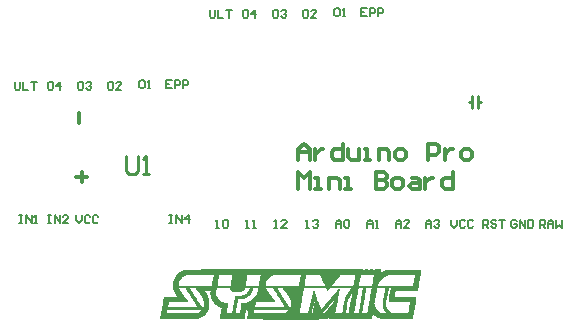
<source format=gto>
%FSTAX23Y23*%
%MOIN*%
%SFA1B1*%

%IPPOS*%
%ADD10C,0.000449*%
%ADD11C,0.010000*%
%ADD12C,0.011811*%
%ADD13C,0.005905*%
%LNvssl_v2-1*%
%LPD*%
G54D10*
X02863Y01373D02*
X02878D01*
X02073Y01382D02*
X0288D01*
X02073Y01382D02*
X0288D01*
X02074Y01383D02*
X0288D01*
X02074Y01383D02*
X0288D01*
X02075Y01383D02*
X02747D01*
X02076Y01384D02*
X02747D01*
X02076Y01384D02*
X02747D01*
X02077Y01385D02*
X02747D01*
X02077Y01385D02*
X02747D01*
X02077Y01386D02*
X02747D01*
X02078Y01386D02*
X02747D01*
X02079Y01387D02*
X02747D01*
X02079Y01387D02*
X02747D01*
X0208Y01387D02*
X02747D01*
X02081Y01388D02*
X02747D01*
X02081Y01388D02*
X02747D01*
X02082Y01389D02*
X02747D01*
X02083Y01389D02*
X02747D01*
X02083Y0139D02*
X02747D01*
X02084Y0139D02*
X02747D01*
X02085Y01391D02*
X02747D01*
X02086Y01391D02*
X02747D01*
X02087Y01392D02*
X02747D01*
X02088Y01392D02*
X02747D01*
X02089Y01392D02*
X02747D01*
X0209Y01393D02*
X02747D01*
X02091Y01393D02*
X02747D01*
X02092Y01394D02*
X02747D01*
X02094Y01394D02*
X02747D01*
X02095Y01395D02*
X02747D01*
X02096Y01395D02*
X02747D01*
X02099Y01396D02*
X02747D01*
X02101Y01396D02*
X02747D01*
X02106Y01396D02*
X02747D01*
X02152Y01397D02*
X02688D01*
X02059Y01337D02*
X02872D01*
X02059Y01338D02*
X02872D01*
X02059Y01338D02*
X02872D01*
X02059Y01338D02*
X02872D01*
X02058Y01339D02*
X02872D01*
X02058Y01339D02*
X02873D01*
X02058Y0134D02*
X02873D01*
X02058Y0134D02*
X02873D01*
X02058Y01341D02*
X02873D01*
X02058Y01341D02*
X02873D01*
X02058Y01342D02*
X02873D01*
X02058Y01342D02*
X02873D01*
X02058Y01342D02*
X02873D01*
X02306Y01235D02*
X02544D01*
X02306Y01235D02*
X02544D01*
X02306Y01236D02*
X02571D01*
X02306Y01236D02*
X02572D01*
X02306Y01237D02*
X02572D01*
X02306Y01237D02*
X02572D01*
X02306Y01238D02*
X02573D01*
X02306Y01238D02*
X02573D01*
X02306Y01239D02*
X02573D01*
X02306Y01239D02*
X02574D01*
X02306Y01239D02*
X02574D01*
X02306Y0124D02*
X02575D01*
X02306Y0124D02*
X02575D01*
X02306Y01241D02*
X02575D01*
X02306Y01241D02*
X02576D01*
X02307Y01242D02*
X02576D01*
X02307Y01242D02*
X02576D01*
X02307Y01243D02*
X02576D01*
X02307Y01243D02*
X02577D01*
X02307Y01243D02*
X02577D01*
X02307Y01244D02*
X02578D01*
X02307Y01244D02*
X02578D01*
X02307Y01245D02*
X02578D01*
X02307Y01245D02*
X0272D01*
X02307Y01246D02*
X0272D01*
X02307Y01246D02*
X0272D01*
X02307Y01247D02*
X0272D01*
X02308Y01247D02*
X0272D01*
X02308Y01248D02*
X0272D01*
X02308Y01248D02*
X0272D01*
X02308Y01248D02*
X0272D01*
X02308Y01249D02*
X0272D01*
X02308Y01249D02*
X0272D01*
X02308Y0125D02*
X0272D01*
X02747Y01383D02*
X0288D01*
X02747Y01384D02*
X0288D01*
X02748Y01384D02*
X0288D01*
X02749Y01385D02*
X02881D01*
X0275Y01385D02*
X02881D01*
X0275Y01386D02*
X02881D01*
X02751Y01386D02*
X02881D01*
X02752Y01387D02*
X02881D01*
X02752Y01387D02*
X02881D01*
X02753Y01387D02*
X02881D01*
X02754Y01388D02*
X02881D01*
X02754Y01388D02*
X02881D01*
X02755Y01389D02*
X02881D01*
X02756Y01389D02*
X02881D01*
X02757Y0139D02*
X02882D01*
X02758Y0139D02*
X02882D01*
X02758Y01391D02*
X02882D01*
X02759Y01391D02*
X02882D01*
X02761Y01392D02*
X02882D01*
X02761Y01392D02*
X02882D01*
X02762Y01392D02*
X02882D01*
X02763Y01393D02*
X02882D01*
X02765Y01393D02*
X02882D01*
X02765Y01394D02*
X02882D01*
X02767Y01394D02*
X02882D01*
X02768Y01395D02*
X02882D01*
X0277Y01395D02*
X02882D01*
X02772Y01396D02*
X02882D01*
X02774Y01396D02*
X02882D01*
X02779Y01396D02*
X02882D01*
X02786Y0129D02*
X02864D01*
X02784Y0129D02*
X02864D01*
X02783Y01291D02*
X02864D01*
X02782Y01291D02*
X02864D01*
X02781Y01292D02*
X02864D01*
X02781Y01292D02*
X02864D01*
X0278Y01293D02*
X02864D01*
X0278Y01293D02*
X02864D01*
X02779Y01293D02*
X02864D01*
X02779Y01294D02*
X02864D01*
X02779Y01294D02*
X02864D01*
X02779Y01295D02*
X02865D01*
X02779Y01295D02*
X02865D01*
X02779Y01296D02*
X02865D01*
X02778Y01296D02*
X02865D01*
X02778Y01297D02*
X02865D01*
X02778Y01297D02*
X02865D01*
X02778Y01297D02*
X02865D01*
X02778Y01298D02*
X02865D01*
X02778Y01298D02*
X02865D01*
X02778Y01299D02*
X02865D01*
X02778Y01299D02*
X02865D01*
X02778Y013D02*
X02866D01*
X02778Y013D02*
X02866D01*
X02778Y01301D02*
X02866D01*
X02778Y01301D02*
X02866D01*
X02778Y01302D02*
X02866D01*
X02778Y01302D02*
X02866D01*
X02778Y01302D02*
X02866D01*
X02778Y01303D02*
X02866D01*
X02778Y01303D02*
X02866D01*
X02778Y01304D02*
X02866D01*
X02778Y01304D02*
X02866D01*
X02782Y01327D02*
X0287D01*
X02782Y01328D02*
X0287D01*
X02782Y01328D02*
X0287D01*
X02782Y01329D02*
X0287D01*
X02782Y01329D02*
X02871D01*
X02782Y01329D02*
X02871D01*
X02783Y0133D02*
X02871D01*
X02783Y0133D02*
X02871D01*
X02783Y01331D02*
X02871D01*
X02783Y01331D02*
X02871D01*
X02783Y01332D02*
X02871D01*
X02783Y01332D02*
X02871D01*
X02783Y01333D02*
X02871D01*
X02783Y01333D02*
X02871D01*
X02784Y01333D02*
X02871D01*
X02784Y01334D02*
X02872D01*
X02784Y01334D02*
X02872D01*
X02785Y01335D02*
X02872D01*
X02785Y01335D02*
X02872D01*
X02785Y01336D02*
X02872D01*
X02786Y01336D02*
X02872D01*
X02786Y01337D02*
X02872D01*
X02396Y01231D02*
X02501D01*
X02394Y01232D02*
X02504D01*
X02392Y01232D02*
X02506D01*
X0239Y01233D02*
X02508D01*
X02387Y01233D02*
X0251D01*
X02357Y01234D02*
X02541D01*
X02356Y01234D02*
X02542D01*
X02356Y01234D02*
X02543D01*
X02754Y01235D02*
X02854D01*
X02751Y01235D02*
X02854D01*
X02748Y01236D02*
X02854D01*
X02747Y01236D02*
X02854D01*
X02745Y01237D02*
X02855D01*
X02744Y01237D02*
X02855D01*
X02743Y01238D02*
X02855D01*
X02742Y01238D02*
X02855D01*
X02741Y01239D02*
X02855D01*
X0274Y01239D02*
X02855D01*
X02739Y01239D02*
X02855D01*
X02738Y0124D02*
X02855D01*
X02737Y0124D02*
X02855D01*
X02737Y01241D02*
X02855D01*
X02736Y01241D02*
X02855D01*
X02735Y01242D02*
X02855D01*
X02734Y01242D02*
X02855D01*
X02734Y01243D02*
X02855D01*
X02733Y01243D02*
X02855D01*
X02733Y01243D02*
X02855D01*
X02732Y01244D02*
X02855D01*
X02731Y01244D02*
X02856D01*
X02731Y01245D02*
X02856D01*
X0273Y01245D02*
X02856D01*
X02729Y01246D02*
X02856D01*
X02729Y01246D02*
X02856D01*
X02729Y01247D02*
X02856D01*
X02728Y01247D02*
X02856D01*
X02728Y01248D02*
X02856D01*
X02727Y01248D02*
X02856D01*
X02727Y01248D02*
X02856D01*
X02726Y01249D02*
X02856D01*
X02726Y01249D02*
X02857D01*
X02725Y0125D02*
X02857D01*
X02141Y01327D02*
X02199D01*
X0214Y01328D02*
X02199D01*
X0214Y01328D02*
X02199D01*
X0214Y01329D02*
X02199D01*
X0214Y01329D02*
X02199D01*
X02139Y01329D02*
X02199D01*
X02139Y0133D02*
X022D01*
X02138Y0133D02*
X022D01*
X02138Y01331D02*
X022D01*
X02138Y01331D02*
X022D01*
X02137Y01332D02*
X022D01*
X02137Y01332D02*
X022D01*
X02137Y01333D02*
X022D01*
X02136Y01333D02*
X022D01*
X02136Y01333D02*
X022D01*
X02135Y01334D02*
X022D01*
X02135Y01334D02*
X022D01*
X02135Y01335D02*
X02201D01*
X02135Y01335D02*
X02201D01*
X02134Y01336D02*
X02201D01*
X02134Y01336D02*
X02201D01*
X02134Y01337D02*
X02201D01*
X0286Y01351D02*
X02874D01*
X02527Y01271D02*
X02546D01*
X02449D02*
X0248D01*
X02284D02*
X02442D01*
X02221D02*
X02236D01*
X02022D02*
X02152D01*
X02058Y01351D02*
X02074D01*
X0286Y01351D02*
X02874D01*
X0286Y01352D02*
X02875D01*
X0286Y01352D02*
X02875D01*
X0286Y01353D02*
X02875D01*
X0286Y01353D02*
X02875D01*
X0286Y01354D02*
X02875D01*
X0286Y01354D02*
X02875D01*
X0286Y01355D02*
X02875D01*
X0286Y01355D02*
X02875D01*
X0286Y01356D02*
X02875D01*
X0286Y01356D02*
X02875D01*
X0286Y01356D02*
X02875D01*
X0286Y01357D02*
X02876D01*
X0286Y01357D02*
X02876D01*
X0286Y01358D02*
X02876D01*
X02861Y01358D02*
X02876D01*
X02861Y01359D02*
X02876D01*
X02861Y01359D02*
X02876D01*
X02861Y0136D02*
X02876D01*
X02861Y0136D02*
X02876D01*
X02861Y0136D02*
X02876D01*
X02861Y01361D02*
X02876D01*
X02861Y01361D02*
X02876D01*
X02861Y01362D02*
X02877D01*
X02861Y01362D02*
X02877D01*
X02861Y01363D02*
X02877D01*
X02846Y01275D02*
X02861D01*
X02846Y01275D02*
X02861D01*
X02846Y01275D02*
X02861D01*
X02846Y01276D02*
X02861D01*
X02846Y01276D02*
X02861D01*
X02846Y01277D02*
X02861D01*
X02846Y01277D02*
X02862D01*
X02846Y01278D02*
X02862D01*
X02846Y01278D02*
X02862D01*
X02847Y01279D02*
X02862D01*
X02847Y01279D02*
X02862D01*
X02847Y01279D02*
X02862D01*
X02847Y0128D02*
X02862D01*
X02847Y0128D02*
X02862D01*
X02847Y01281D02*
X02862D01*
X02847Y01281D02*
X02862D01*
X02847Y01282D02*
X02862D01*
X02847Y01282D02*
X02863D01*
X02847Y01283D02*
X02863D01*
X02847Y01283D02*
X02863D01*
X02848Y01284D02*
X02863D01*
X02848Y01284D02*
X02863D01*
X02848Y01284D02*
X02863D01*
X02848Y01285D02*
X02863D01*
X02848Y01285D02*
X02863D01*
X02848Y01286D02*
X02863D01*
X02848Y01286D02*
X02863D01*
X02848Y01287D02*
X02863D01*
X02848Y01287D02*
X02864D01*
X02848Y01288D02*
X02864D01*
X02848Y01288D02*
X02864D01*
X02849Y01288D02*
X02864D01*
X02849Y01289D02*
X02864D01*
X02849Y01289D02*
X02864D01*
X02858Y01343D02*
X02873D01*
X02858Y01343D02*
X02873D01*
X02858Y01344D02*
X02873D01*
X02858Y01344D02*
X02873D01*
X02858Y01345D02*
X02873D01*
X02858Y01345D02*
X02873D01*
X02859Y01346D02*
X02873D01*
X02859Y01346D02*
X02873D01*
X02859Y01347D02*
X02873D01*
X02859Y01347D02*
X02874D01*
X02859Y01347D02*
X02874D01*
X02859Y01348D02*
X02874D01*
X02859Y01348D02*
X02874D01*
X02859Y01349D02*
X02874D01*
X02859Y01349D02*
X02874D01*
X02859Y0135D02*
X02874D01*
X02859Y0135D02*
X02874D01*
X0286Y01351D02*
X02874D01*
X02697Y01397D02*
X02705D01*
X02527Y01271D02*
X02546D01*
X02527Y01272D02*
X02546D01*
X02527Y01272D02*
X02546D01*
X02527Y01273D02*
X02545D01*
X02527Y01273D02*
X02545D01*
X02527Y01274D02*
X02545D01*
X02527Y01274D02*
X02545D01*
X02527Y01275D02*
X02545D01*
X02528Y01275D02*
X02545D01*
X02528Y01275D02*
X02545D01*
X02528Y01276D02*
X02544D01*
X02528Y01276D02*
X02544D01*
X02528Y01277D02*
X02544D01*
X02528Y01277D02*
X02544D01*
X02528Y01278D02*
X02544D01*
X02528Y01278D02*
X02543D01*
X02528Y01279D02*
X02543D01*
X02528Y01279D02*
X02543D01*
X02528Y01279D02*
X02543D01*
X02529Y0128D02*
X02542D01*
X02529Y0128D02*
X02542D01*
X02529Y01281D02*
X02542D01*
X02529Y01281D02*
X02542D01*
X02529Y01282D02*
X02542D01*
X02529Y01282D02*
X02541D01*
X02529Y01283D02*
X02541D01*
X02778Y01305D02*
X02792D01*
X02778Y01305D02*
X02793D01*
X02778Y01306D02*
X02793D01*
X02778Y01306D02*
X02793D01*
X02778Y01306D02*
X02793D01*
X02778Y01307D02*
X02793D01*
X02778Y01307D02*
X02793D01*
X02778Y01308D02*
X02793D01*
X02778Y01308D02*
X02793D01*
X02778Y01309D02*
X02793D01*
X02779Y01309D02*
X02793D01*
X02779Y0131D02*
X02793D01*
X02779Y0131D02*
X02794D01*
X02779Y01311D02*
X02794D01*
X02779Y01311D02*
X02794D01*
X02779Y01311D02*
X02794D01*
X02779Y01312D02*
X02794D01*
X02779Y01312D02*
X02794D01*
X02779Y01313D02*
X02794D01*
X02779Y01313D02*
X02794D01*
X02779Y01314D02*
X02794D01*
X02779Y01314D02*
X02794D01*
X02779Y01315D02*
X02794D01*
X02779Y01315D02*
X02795D01*
X02779Y01315D02*
X02795D01*
X02779Y01316D02*
X02795D01*
X02779Y01316D02*
X02795D01*
X0278Y01317D02*
X02795D01*
X0278Y01317D02*
X02795D01*
X0278Y01318D02*
X02795D01*
X0278Y01318D02*
X02795D01*
X0278Y01319D02*
X02795D01*
X0278Y01319D02*
X02795D01*
X0278Y0132D02*
X02795D01*
X0278Y0132D02*
X02796D01*
X0278Y0132D02*
X02796D01*
X0278Y01321D02*
X02796D01*
X02781Y01321D02*
X02796D01*
X02781Y01322D02*
X02796D01*
X02781Y01322D02*
X02796D01*
X02781Y01323D02*
X02796D01*
X02781Y01323D02*
X02796D01*
X02781Y01324D02*
X02796D01*
X02781Y01324D02*
X02796D01*
X02781Y01324D02*
X02797D01*
X02781Y01325D02*
X02797D01*
X02781Y01325D02*
X02797D01*
X02781Y01326D02*
X02797D01*
X02781Y01326D02*
X02797D01*
X02577Y01235D02*
X02718D01*
X02577Y01235D02*
X02718D01*
X02577Y01236D02*
X02718D01*
X02577Y01236D02*
X02718D01*
X02577Y01237D02*
X02718D01*
X02577Y01237D02*
X02718D01*
X02577Y01238D02*
X02718D01*
X02577Y01238D02*
X02718D01*
X02577Y01239D02*
X02718D01*
X02577Y01239D02*
X02719D01*
X02577Y01239D02*
X02719D01*
X02578Y0124D02*
X02719D01*
X02578Y0124D02*
X02719D01*
X02578Y01241D02*
X02719D01*
X02578Y01241D02*
X02719D01*
X02578Y01242D02*
X02719D01*
X02578Y01242D02*
X02719D01*
X02578Y01243D02*
X02719D01*
X02578Y01243D02*
X02719D01*
X02578Y01243D02*
X02719D01*
X02578Y01244D02*
X0272D01*
X02578Y01244D02*
X0272D01*
X02579Y01245D02*
X0272D01*
X02773Y0125D02*
X02792D01*
X02523D02*
X02556D01*
X02773Y01251D02*
X02792D01*
X02523D02*
X02555D01*
X02772Y01251D02*
X0279D01*
X02523D02*
X02555D01*
X02772Y01252D02*
X02787D01*
X02523D02*
X02555D01*
X02771Y01252D02*
X02786D01*
X02524D02*
X02555D01*
X0277Y01252D02*
X02785D01*
X02524D02*
X02554D01*
X0277Y01253D02*
X02784D01*
X02524D02*
X02554D01*
X0277Y01253D02*
X02783D01*
X02524D02*
X02554D01*
X02769Y01254D02*
X02782D01*
X02524D02*
X02554D01*
X02769Y01254D02*
X02781D01*
X02524D02*
X02554D01*
X02524Y01255D02*
X02554D01*
X02524Y01255D02*
X02555D01*
X02524Y01256D02*
X02555D01*
X02524Y01256D02*
X02555D01*
X02524Y01257D02*
X02556D01*
X02525Y01257D02*
X02556D01*
X02525Y01257D02*
X02557D01*
X02525Y01258D02*
X02557D01*
X02525Y01258D02*
X02558D01*
X02525Y01259D02*
X02558D01*
X02525Y01259D02*
X02558D01*
X02525Y0126D02*
X02558D01*
X02525Y0126D02*
X02559D01*
X02525Y01261D02*
X02559D01*
X02525Y01261D02*
X0256D01*
X02525Y01261D02*
X0256D01*
X02526Y01262D02*
X0256D01*
X02526Y01262D02*
X02561D01*
X02526Y01263D02*
X0255D01*
X02526Y01263D02*
X0255D01*
X02526Y01264D02*
X02549D01*
X02526Y01264D02*
X02549D01*
X02526Y01265D02*
X02549D01*
X02526Y01265D02*
X02549D01*
X02526Y01266D02*
X02549D01*
X02526Y01266D02*
X02549D01*
X02526Y01266D02*
X02549D01*
X02526Y01267D02*
X02548D01*
X02527Y01267D02*
X02548D01*
X02527Y01268D02*
X02548D01*
X02527Y01268D02*
X02548D01*
X02527Y01269D02*
X02548D01*
X02527Y01269D02*
X02547D01*
X02527Y0127D02*
X02547D01*
X02527Y0127D02*
X02547D01*
X02527Y0127D02*
X02547D01*
X02255Y01373D02*
X02302D01*
X02255Y01373D02*
X02302D01*
X02255Y01374D02*
X02302D01*
X02255Y01374D02*
X02302D01*
X02255Y01374D02*
X02302D01*
X02255Y01375D02*
X02302D01*
X02255Y01375D02*
X02302D01*
X02255Y01376D02*
X02302D01*
X02255Y01376D02*
X02302D01*
X0235Y01377D02*
X02382D01*
X02256D02*
X02302D01*
X0235Y01377D02*
X02383D01*
X02256D02*
X02302D01*
X0235Y01378D02*
X02383D01*
X02256D02*
X02302D01*
X0235Y01378D02*
X02384D01*
X02256D02*
X02302D01*
X0235Y01378D02*
X02385D01*
X02256D02*
X02302D01*
X0235Y01379D02*
X02386D01*
X02256D02*
X02302D01*
X0235Y01379D02*
X02387D01*
X02256D02*
X02302D01*
X0235Y0138D02*
X02388D01*
X02256D02*
X02302D01*
X0235Y0138D02*
X0239D01*
X02256D02*
X02303D01*
X0235Y01381D02*
X02391D01*
X02256D02*
X02303D01*
X02351Y01381D02*
X02393D01*
X02256D02*
X02303D01*
X02449Y01271D02*
X0248D01*
X02284D02*
X02442D01*
X0222D02*
X02236D01*
X0245Y01272D02*
X0248D01*
X02284D02*
X02441D01*
X02218D02*
X02237D01*
X0245Y01272D02*
X0248D01*
X02329D02*
X02441D01*
X02284D02*
X02328D01*
X02217D02*
X02237D01*
X0245Y01273D02*
X0248D01*
X02284D02*
X02328D01*
X02216D02*
X02237D01*
X0245Y01273D02*
X0248D01*
X02284D02*
X02328D01*
X02214D02*
X02237D01*
X0245Y01274D02*
X0248D01*
X02284D02*
X02328D01*
X02213D02*
X02237D01*
X0245Y01274D02*
X0248D01*
X02284D02*
X02328D01*
X02212D02*
X02237D01*
X0245Y01275D02*
X0248D01*
X02284D02*
X02329D01*
X02212D02*
X02237D01*
X0245Y01275D02*
X0248D01*
X02284D02*
X02329D01*
X02211D02*
X02237D01*
X0245Y01275D02*
X0248D01*
X02284D02*
X02329D01*
X0221D02*
X02237D01*
X0245Y01276D02*
X02481D01*
X02285D02*
X02329D01*
X02209D02*
X02237D01*
X0245Y01276D02*
X02481D01*
X02285D02*
X02329D01*
X02208D02*
X02237D01*
X02451Y01277D02*
X02481D01*
X02285D02*
X02329D01*
X02207D02*
X02238D01*
X02451Y01277D02*
X02481D01*
X02285D02*
X02329D01*
X02207D02*
X02238D01*
X02451Y01278D02*
X02481D01*
X02285D02*
X02329D01*
X02206D02*
X02238D01*
X02451Y01278D02*
X02481D01*
X02285D02*
X02329D01*
X02205D02*
X02238D01*
X02451Y01279D02*
X02481D01*
X02285D02*
X02329D01*
X02205D02*
X02238D01*
X02451Y01279D02*
X02481D01*
X02285D02*
X02329D01*
X02204D02*
X02238D01*
X02451Y01279D02*
X02481D01*
X02285D02*
X02329D01*
X02203D02*
X02238D01*
X02451Y0128D02*
X02481D01*
X02285D02*
X02329D01*
X02203D02*
X02238D01*
X02451Y0128D02*
X02481D01*
X02285D02*
X02329D01*
X02202D02*
X02238D01*
X02451Y01281D02*
X02482D01*
X02286D02*
X02329D01*
X02202D02*
X02238D01*
X02451Y01281D02*
X02482D01*
X02286D02*
X02329D01*
X02201D02*
X02238D01*
X02451Y01282D02*
X02482D01*
X02286D02*
X02329D01*
X02201D02*
X02238D01*
X02451Y01282D02*
X02482D01*
X02286D02*
X0233D01*
X022D02*
X02239D01*
X02451Y01283D02*
X02482D01*
X02286D02*
X0233D01*
X02199D02*
X02239D01*
X02451Y01283D02*
X02482D01*
X02286D02*
X0233D01*
X02199D02*
X02239D01*
X02451Y01284D02*
X02482D01*
X02286D02*
X0233D01*
X02198D02*
X02239D01*
X02451Y01284D02*
X02482D01*
X02286D02*
X0233D01*
X02198D02*
X02239D01*
X02451Y01284D02*
X02482D01*
X02286D02*
X0233D01*
X02198D02*
X02239D01*
X02451Y01285D02*
X02482D01*
X02286D02*
X0233D01*
X02197D02*
X02239D01*
X02451Y01285D02*
X02482D01*
X02286D02*
X0233D01*
X02197D02*
X02239D01*
X02451Y01286D02*
X02482D01*
X02297D02*
X0233D01*
X02196D02*
X02229D01*
X02451Y01286D02*
X02482D01*
X02301D02*
X0233D01*
X02196D02*
X02225D01*
X02451Y01287D02*
X02482D01*
X02195D02*
X02223D01*
X02451Y01287D02*
X02482D01*
X02195D02*
X02221D01*
X02451Y01288D02*
X02482D01*
X02451Y01288D02*
X02482D01*
X02451Y01288D02*
X02483D01*
X02451Y01289D02*
X02483D01*
X02451Y01289D02*
X02483D01*
X02451Y0129D02*
X02483D01*
X02311D02*
X02396D01*
X02451Y0129D02*
X02483D01*
X02311D02*
X02396D01*
X02451Y01291D02*
X02483D01*
X02312D02*
X02396D01*
X02451Y01291D02*
X02483D01*
X02313D02*
X02396D01*
X02451Y01292D02*
X02483D01*
X02314D02*
X02395D01*
X02451Y01292D02*
X02483D01*
X02315D02*
X02395D01*
X0245Y01293D02*
X02483D01*
X02315D02*
X02394D01*
X0245Y01293D02*
X02483D01*
X02316D02*
X02394D01*
X0245Y01293D02*
X02483D01*
X02317D02*
X02394D01*
X0245Y01294D02*
X02484D01*
X02318D02*
X02393D01*
X0245Y01294D02*
X02484D01*
X02318D02*
X02393D01*
X0245Y01295D02*
X02484D01*
X02319D02*
X02392D01*
X0245Y01295D02*
X02484D01*
X0232D02*
X02392D01*
X0245Y01296D02*
X02484D01*
X0232D02*
X02392D01*
X0245Y01296D02*
X02484D01*
X02321D02*
X02392D01*
X0245Y01297D02*
X02484D01*
X02321D02*
X02391D01*
X0245Y01297D02*
X02484D01*
X02322D02*
X02391D01*
X02449Y01297D02*
X02484D01*
X02323D02*
X0239D01*
X02449Y01298D02*
X02484D01*
X02323D02*
X0239D01*
X02449Y01298D02*
X02484D01*
X02324D02*
X0239D01*
X02449Y01299D02*
X02485D01*
X02324D02*
X02389D01*
X02449Y01299D02*
X02485D01*
X02324D02*
X02389D01*
X02449Y013D02*
X02485D01*
X02325D02*
X02388D01*
X02448Y013D02*
X02485D01*
X02326D02*
X02388D01*
X02448Y01301D02*
X02485D01*
X02326D02*
X02388D01*
X02448Y01301D02*
X02485D01*
X02327D02*
X02387D01*
X02448Y01302D02*
X02485D01*
X02327D02*
X02387D01*
X02447Y01302D02*
X02485D01*
X02328D02*
X02387D01*
X02447Y01302D02*
X02485D01*
X02328D02*
X02386D01*
X02447Y01303D02*
X02485D01*
X02329D02*
X02386D01*
X02447Y01303D02*
X02485D01*
X02329D02*
X02386D01*
X02447Y01304D02*
X02486D01*
X02329D02*
X02385D01*
X02446Y01304D02*
X02486D01*
X0233D02*
X02385D01*
X02446Y01305D02*
X02486D01*
X0233D02*
X02384D01*
X02446Y01305D02*
X02486D01*
X0233D02*
X02384D01*
X02446Y01306D02*
X02486D01*
X02331D02*
X02383D01*
X02446Y01306D02*
X02486D01*
X02331D02*
X02383D01*
X02446Y01306D02*
X02486D01*
X02332D02*
X02383D01*
X02265D02*
X02302D01*
X02445Y01307D02*
X02486D01*
X02332D02*
X02383D01*
X02265D02*
X02303D01*
X02445Y01307D02*
X02486D01*
X02333D02*
X02382D01*
X02265D02*
X02304D01*
X02445Y01308D02*
X02486D01*
X02333D02*
X02382D01*
X02279D02*
X02304D01*
X02444Y01308D02*
X02486D01*
X02333D02*
X02382D01*
X02282D02*
X02305D01*
X02444Y01309D02*
X02486D01*
X02333D02*
X02381D01*
X02285D02*
X02306D01*
X02444Y01309D02*
X02486D01*
X02287D02*
X02306D01*
X02444Y0131D02*
X02486D01*
X02289D02*
X02307D01*
X02443Y0131D02*
X02486D01*
X0229D02*
X02307D01*
X02443Y01311D02*
X02486D01*
X02292D02*
X02308D01*
X02443Y01311D02*
X02486D01*
X02293D02*
X02309D01*
X02442Y01311D02*
X02487D01*
X02294D02*
X02309D01*
X02442Y01312D02*
X02487D01*
X02295D02*
X0231D01*
X02442Y01312D02*
X02487D01*
X02296D02*
X0231D01*
X02441Y01313D02*
X02487D01*
X02297D02*
X02311D01*
X02441Y01313D02*
X02487D01*
X02298D02*
X02311D01*
X02441Y01314D02*
X02487D01*
X02299D02*
X02311D01*
X02441Y01314D02*
X02487D01*
X02299D02*
X02312D01*
X02441Y01315D02*
X02487D01*
X023D02*
X02312D01*
X0244Y01315D02*
X02487D01*
X02301D02*
X02312D01*
X0244Y01315D02*
X02487D01*
X02302D02*
X02313D01*
X0244Y01316D02*
X02487D01*
X02439Y01316D02*
X02487D01*
X02439Y01317D02*
X02488D01*
X02439Y01317D02*
X02488D01*
X02438Y01318D02*
X02488D01*
X02438Y01318D02*
X02488D01*
X02438Y01319D02*
X02488D01*
X02437Y01319D02*
X02488D01*
X02437Y0132D02*
X02488D01*
X02437Y0132D02*
X02488D01*
X02437Y0132D02*
X02488D01*
X02436Y01321D02*
X02488D01*
X02436Y01321D02*
X02488D01*
X02435Y01322D02*
X02489D01*
X02435Y01322D02*
X02489D01*
X02435Y01323D02*
X02489D01*
X02434Y01323D02*
X02489D01*
X02434Y01324D02*
X02489D01*
X02434Y01324D02*
X02489D01*
X02433Y01324D02*
X02489D01*
X02433Y01325D02*
X02489D01*
X02432Y01325D02*
X02489D01*
X02432Y01326D02*
X02489D01*
X02432Y01326D02*
X02489D01*
X02432Y01327D02*
X0249D01*
X02431Y01327D02*
X0249D01*
X02431Y01328D02*
X0249D01*
X0243Y01328D02*
X0249D01*
X0243Y01329D02*
X0249D01*
X0243Y01329D02*
X0249D01*
X02429Y01329D02*
X0249D01*
X02429Y0133D02*
X0249D01*
X02428Y0133D02*
X0249D01*
X02428Y01331D02*
X0249D01*
X02428Y01331D02*
X0249D01*
X02428Y01332D02*
X0249D01*
X02427Y01332D02*
X02491D01*
X02427Y01333D02*
X02491D01*
X02427Y01333D02*
X02491D01*
X02426Y01333D02*
X02491D01*
X02426Y01334D02*
X02491D01*
X02426Y01334D02*
X02491D01*
X02425Y01335D02*
X02491D01*
X02425Y01335D02*
X02491D01*
X02424Y01336D02*
X02491D01*
X02424Y01336D02*
X02491D01*
X02424Y01337D02*
X02491D01*
X02361Y01231D02*
X0239D01*
X0236Y01232D02*
X02389D01*
X02359Y01232D02*
X02388D01*
X02359Y01233D02*
X02387D01*
X02358Y01233D02*
X02387D01*
X02214Y01235D02*
X02293D01*
X02214Y01235D02*
X02293D01*
X02214Y01236D02*
X02293D01*
X02215Y01236D02*
X02293D01*
X02215Y01237D02*
X02293D01*
X02215Y01237D02*
X02293D01*
X02215Y01238D02*
X02293D01*
X02215Y01238D02*
X02293D01*
X02215Y01239D02*
X02293D01*
X02215Y01239D02*
X02293D01*
X02215Y01239D02*
X02293D01*
X02215Y0124D02*
X02293D01*
X02215Y0124D02*
X02293D01*
X02215Y01241D02*
X02294D01*
X02216Y01241D02*
X02294D01*
X02216Y01242D02*
X02294D01*
X02216Y01242D02*
X02294D01*
X02216Y01243D02*
X02294D01*
X02216Y01243D02*
X02294D01*
X02216Y01243D02*
X02294D01*
X02216Y01244D02*
X02294D01*
X02216Y01244D02*
X02294D01*
X02216Y01245D02*
X02294D01*
X02216Y01245D02*
X02294D01*
X02216Y01246D02*
X02294D01*
X02216Y01246D02*
X02295D01*
X02216Y01247D02*
X02295D01*
X02216Y01247D02*
X02295D01*
X02216Y01248D02*
X02295D01*
X02216Y01248D02*
X02295D01*
X02216Y01248D02*
X02295D01*
X02217Y01249D02*
X02295D01*
X02217Y01249D02*
X02295D01*
X02217Y0125D02*
X02295D01*
X02308Y0125D02*
X02476D01*
X02217D02*
X02233D01*
X02425Y01251D02*
X02476D01*
X02217D02*
X02233D01*
X02428Y01251D02*
X02476D01*
X02217D02*
X02233D01*
X02429Y01252D02*
X02476D01*
X02217D02*
X02233D01*
X0243Y01252D02*
X02476D01*
X02217D02*
X02233D01*
X02432Y01252D02*
X02476D01*
X02217D02*
X02233D01*
X02432Y01253D02*
X02477D01*
X02217D02*
X02233D01*
X02433Y01253D02*
X02477D01*
X02217D02*
X02233D01*
X02434Y01254D02*
X02477D01*
X02218D02*
X02234D01*
X02435Y01254D02*
X02477D01*
X02218D02*
X02234D01*
X02436Y01255D02*
X02477D01*
X02218D02*
X02234D01*
X02437Y01255D02*
X02477D01*
X02218D02*
X02234D01*
X02437Y01256D02*
X02477D01*
X02218D02*
X02234D01*
X02438Y01256D02*
X02477D01*
X02218D02*
X02234D01*
X02438Y01257D02*
X02477D01*
X02218D02*
X02234D01*
X02439Y01257D02*
X02477D01*
X02218D02*
X02234D01*
X0244Y01257D02*
X02477D01*
X02218D02*
X02234D01*
X0244Y01258D02*
X02477D01*
X02218D02*
X02234D01*
X02441Y01258D02*
X02477D01*
X02218D02*
X02234D01*
X02441Y01259D02*
X02477D01*
X02218D02*
X02234D01*
X02441Y01259D02*
X02477D01*
X02219D02*
X02234D01*
X02442Y0126D02*
X02477D01*
X02219D02*
X02234D01*
X02442Y0126D02*
X02477D01*
X02219D02*
X02234D01*
X02443Y01261D02*
X02478D01*
X02219D02*
X02234D01*
X02443Y01261D02*
X02478D01*
X02219D02*
X02234D01*
X02444Y01261D02*
X02478D01*
X02219D02*
X02235D01*
X02444Y01262D02*
X02478D01*
X02219D02*
X02235D01*
X02444Y01262D02*
X02478D01*
X02219D02*
X02235D01*
X02445Y01263D02*
X02478D01*
X02219D02*
X02235D01*
X02445Y01263D02*
X02478D01*
X02219D02*
X02235D01*
X02445Y01264D02*
X02478D01*
X02219D02*
X02235D01*
X02446Y01264D02*
X02478D01*
X0222D02*
X02235D01*
X02446Y01265D02*
X02478D01*
X0222D02*
X02235D01*
X02446Y01265D02*
X02478D01*
X02302D02*
X02417D01*
X0222D02*
X02235D01*
X02446Y01266D02*
X02479D01*
X02302D02*
X02446D01*
X0222D02*
X02235D01*
X02447Y01266D02*
X02479D01*
X02301D02*
X02445D01*
X0222D02*
X02235D01*
X02447Y01266D02*
X02479D01*
X023D02*
X02445D01*
X0222D02*
X02235D01*
X02447Y01267D02*
X02479D01*
X02299D02*
X02445D01*
X0222D02*
X02236D01*
X02447Y01267D02*
X02479D01*
X02283D02*
X02444D01*
X0222D02*
X02236D01*
X02448Y01268D02*
X02479D01*
X02283D02*
X02444D01*
X0222D02*
X02236D01*
X02448Y01268D02*
X02479D01*
X02284D02*
X02444D01*
X0222D02*
X02236D01*
X02448Y01269D02*
X02479D01*
X02284D02*
X02444D01*
X0222D02*
X02236D01*
X02448Y01269D02*
X02479D01*
X02284D02*
X02443D01*
X02221D02*
X02236D01*
X02449Y0127D02*
X02479D01*
X02284D02*
X02443D01*
X02221D02*
X02236D01*
X02449Y0127D02*
X02479D01*
X02284D02*
X02443D01*
X02221D02*
X02236D01*
X02449Y0127D02*
X02479D01*
X02284D02*
X02442D01*
X02221D02*
X02236D01*
X02058Y01351D02*
X02074D01*
X02058Y01352D02*
X02074D01*
X02058Y01352D02*
X02074D01*
X02058Y01353D02*
X02074D01*
X02058Y01353D02*
X02074D01*
X02059Y01354D02*
X02074D01*
X02059Y01354D02*
X02074D01*
X02059Y01355D02*
X02074D01*
X02059Y01355D02*
X02075D01*
X02059Y01356D02*
X02075D01*
X02059Y01356D02*
X02075D01*
X02059Y01356D02*
X02075D01*
X02059Y01357D02*
X02075D01*
X02059Y01357D02*
X02075D01*
X02059Y01358D02*
X02076D01*
X02059Y01358D02*
X02076D01*
X02059Y01359D02*
X02076D01*
X0206Y01359D02*
X02076D01*
X0206Y0136D02*
X02077D01*
X0206Y0136D02*
X02077D01*
X0206Y0136D02*
X02077D01*
X0206Y01361D02*
X02077D01*
X0206Y01361D02*
X02077D01*
X0206Y01362D02*
X02077D01*
X02061Y01362D02*
X02078D01*
X02061Y01363D02*
X02078D01*
X02061Y01363D02*
X02078D01*
X02061Y01364D02*
X02078D01*
X02061Y01364D02*
X02079D01*
X02022Y01271D02*
X02151D01*
X02022Y01272D02*
X02151D01*
X02022Y01272D02*
X02151D01*
X02072Y01273D02*
X0215D01*
X02141Y01273D02*
X0215D01*
X0214Y01274D02*
X0215D01*
X0214Y01274D02*
X02149D01*
X0214Y01275D02*
X02149D01*
X0214Y01275D02*
X02149D01*
X02139Y01275D02*
X02149D01*
X02139Y01276D02*
X02149D01*
X02139Y01276D02*
X02148D01*
X02138Y01277D02*
X02148D01*
X02138Y01277D02*
X02148D01*
X02138Y01278D02*
X02147D01*
X02137Y01278D02*
X02147D01*
X02137Y01279D02*
X02147D01*
X02137Y01279D02*
X02146D01*
X02136Y01279D02*
X02146D01*
X02136Y0128D02*
X02146D01*
X02136Y0128D02*
X02145D01*
X02135Y01281D02*
X02145D01*
X02135Y01281D02*
X02145D01*
X02135Y01282D02*
X02144D01*
X02135Y01282D02*
X02144D01*
X02135Y01283D02*
X02144D01*
X02134Y01283D02*
X02144D01*
X02134Y01284D02*
X02143D01*
X02134Y01284D02*
X02143D01*
X02133Y01284D02*
X02143D01*
X02133Y01285D02*
X02142D01*
X02133Y01285D02*
X02142D01*
X02132Y01286D02*
X02142D01*
X02132Y01286D02*
X02141D01*
X02132Y01287D02*
X02141D01*
X02025Y0129D02*
X02106D01*
X02025Y0129D02*
X02106D01*
X02025Y01291D02*
X02106D01*
X02025Y01291D02*
X02105D01*
X02025Y01292D02*
X02105D01*
X02025Y01292D02*
X02104D01*
X02026Y01293D02*
X02104D01*
X02026Y01293D02*
X02104D01*
X02026Y01293D02*
X02104D01*
X02026Y01294D02*
X02103D01*
X02026Y01294D02*
X02103D01*
X02026Y01295D02*
X02102D01*
X02026Y01295D02*
X02102D01*
X02026Y01296D02*
X02102D01*
X02026Y01296D02*
X02101D01*
X02026Y01297D02*
X02101D01*
X02027Y01297D02*
X021D01*
X02027Y01297D02*
X021D01*
X02027Y01298D02*
X021D01*
X02027Y01298D02*
X02099D01*
X02027Y01299D02*
X02099D01*
X02027Y01299D02*
X02099D01*
X02027Y013D02*
X02098D01*
X02027Y013D02*
X02098D01*
X02027Y01301D02*
X02098D01*
X02027Y01301D02*
X02097D01*
X02027Y01302D02*
X02097D01*
X02027Y01302D02*
X02096D01*
X02027Y01302D02*
X02096D01*
X02027Y01303D02*
X02095D01*
X02027Y01303D02*
X02095D01*
X02027Y01304D02*
X02095D01*
X02027Y01304D02*
X02095D01*
X02141Y01327D02*
X0216D01*
X02061Y01328D02*
X02078D01*
X02061Y01328D02*
X02078D01*
X02061Y01329D02*
X02078D01*
X02061Y01329D02*
X02078D01*
X02061Y01329D02*
X02078D01*
X0206Y0133D02*
X02077D01*
X0206Y0133D02*
X02077D01*
X0206Y01331D02*
X02077D01*
X0206Y01331D02*
X02077D01*
X0206Y01332D02*
X02077D01*
X0206Y01332D02*
X02077D01*
X0206Y01333D02*
X02076D01*
X02059Y01333D02*
X02076D01*
X02059Y01333D02*
X02076D01*
X02059Y01334D02*
X02076D01*
X02059Y01334D02*
X02076D01*
X02059Y01335D02*
X02076D01*
X02059Y01335D02*
X02075D01*
X02059Y01336D02*
X02075D01*
X02059Y01336D02*
X02075D01*
X02059Y01337D02*
X02075D01*
X02058Y01343D02*
X02073D01*
X02058Y01343D02*
X02073D01*
X02058Y01344D02*
X02073D01*
X02058Y01344D02*
X02073D01*
X02058Y01345D02*
X02073D01*
X02058Y01345D02*
X02073D01*
X02058Y01346D02*
X02073D01*
X02058Y01346D02*
X02073D01*
X02058Y01347D02*
X02073D01*
X02058Y01347D02*
X02073D01*
X02058Y01347D02*
X02073D01*
X02058Y01348D02*
X02073D01*
X02058Y01348D02*
X02073D01*
X02058Y01349D02*
X02073D01*
X02058Y01349D02*
X02073D01*
X02058Y0135D02*
X02073D01*
X02058Y0135D02*
X02073D01*
X02058Y01351D02*
X02073D01*
X02015Y01235D02*
X02133D01*
X02015Y01235D02*
X02137D01*
X02015Y01236D02*
X0214D01*
X02015Y01236D02*
X02141D01*
X02016Y01237D02*
X02143D01*
X02016Y01237D02*
X02144D01*
X02016Y01238D02*
X02145D01*
X02016Y01238D02*
X02147D01*
X02016Y01239D02*
X02148D01*
X02016Y01239D02*
X02149D01*
X02016Y01239D02*
X02149D01*
X02016Y0124D02*
X02151D01*
X02016Y0124D02*
X02151D01*
X02016Y01241D02*
X02152D01*
X02016Y01241D02*
X02153D01*
X02017Y01242D02*
X02154D01*
X02017Y01242D02*
X02154D01*
X02017Y01243D02*
X02155D01*
X02017Y01243D02*
X02156D01*
X02017Y01243D02*
X02156D01*
X02017Y01244D02*
X02157D01*
X02017Y01244D02*
X02158D01*
X02017Y01245D02*
X02158D01*
X02017Y01245D02*
X02159D01*
X02017Y01246D02*
X02159D01*
X02017Y01246D02*
X0216D01*
X02017Y01247D02*
X0216D01*
X02018Y01247D02*
X02161D01*
X02018Y01248D02*
X02161D01*
X02018Y01248D02*
X02162D01*
X02018Y01248D02*
X02162D01*
X02018Y01249D02*
X02162D01*
X02018Y01249D02*
X02163D01*
X02018Y0125D02*
X02163D01*
X02131Y0125D02*
X02164D01*
X02135Y01251D02*
X02164D01*
X02137Y01251D02*
X02165D01*
X02139Y01252D02*
X02165D01*
X0214Y01252D02*
X02165D01*
X02141Y01252D02*
X02166D01*
X02021Y01265D02*
X02099D01*
X02021Y01266D02*
X02155D01*
X02021Y01266D02*
X02155D01*
X02021Y01266D02*
X02155D01*
X02021Y01267D02*
X02154D01*
X02021Y01267D02*
X02154D01*
X02021Y01268D02*
X02153D01*
X02021Y01268D02*
X02153D01*
X02021Y01269D02*
X02153D01*
X02021Y01269D02*
X02153D01*
X02022Y0127D02*
X02153D01*
X02022Y0127D02*
X02152D01*
X02022Y0127D02*
X02152D01*
X02846Y01271D02*
X0286D01*
X02759D02*
X02767D01*
X02709D02*
X02729D01*
X02723Y01351D02*
X02739D01*
X0268Y01271D02*
X02688D01*
X02647D02*
X02662D01*
X02626D02*
X02633D01*
X02661Y01351D02*
X02675D01*
X0258Y01271D02*
X02599D01*
X02558D02*
X02568D01*
X02562Y01351D02*
X0259D01*
X02513Y01271D02*
X02521D01*
X02479Y01351D02*
X02494D01*
X02345D02*
X02364D01*
X02258Y01271D02*
X02266D01*
X02251Y01351D02*
X02297D01*
X02159Y01271D02*
X02175D01*
X02189Y01351D02*
X02203D01*
X02862Y01363D02*
X02877D01*
X02862Y01364D02*
X02877D01*
X02862Y01364D02*
X02877D01*
X02862Y01365D02*
X02877D01*
X02862Y01365D02*
X02877D01*
X02862Y01365D02*
X02877D01*
X02862Y01366D02*
X02877D01*
X02862Y01366D02*
X02877D01*
X02862Y01367D02*
X02878D01*
X02862Y01367D02*
X02878D01*
X02862Y01368D02*
X02878D01*
X02862Y01368D02*
X02878D01*
X02863Y01369D02*
X02878D01*
X02863Y01369D02*
X02878D01*
X02863Y01369D02*
X02878D01*
X02863Y0137D02*
X02878D01*
X02863Y0137D02*
X02878D01*
X02863Y01371D02*
X02878D01*
X02863Y01371D02*
X02878D01*
X02863Y01372D02*
X02878D01*
X02863Y01372D02*
X02878D01*
X02863Y01373D02*
X02878D01*
X02864Y01374D02*
X02878D01*
X02864Y01374D02*
X02878D01*
X02864Y01374D02*
X02879D01*
X02864Y01375D02*
X02879D01*
X02864Y01375D02*
X02879D01*
X02864Y01376D02*
X02879D01*
X02864Y01376D02*
X02879D01*
X02864Y01377D02*
X02879D01*
X02864Y01377D02*
X02879D01*
X02864Y01378D02*
X02879D01*
X02864Y01378D02*
X02879D01*
X02864Y01378D02*
X02879D01*
X02864Y01379D02*
X02879D01*
X02864Y01379D02*
X0288D01*
X02864Y0138D02*
X0288D01*
X02864Y0138D02*
X0288D01*
X02865Y01381D02*
X0288D01*
X02865Y01381D02*
X0288D01*
X02846Y01271D02*
X0286D01*
X02846Y01272D02*
X02861D01*
X02846Y01272D02*
X02861D01*
X02846Y01273D02*
X02861D01*
X02846Y01273D02*
X02861D01*
X02846Y01274D02*
X02861D01*
X02846Y01274D02*
X02861D01*
X02782Y01327D02*
X02797D01*
X02842Y0125D02*
X02857D01*
X02842Y01251D02*
X02857D01*
X02842Y01251D02*
X02857D01*
X02842Y01252D02*
X02857D01*
X02842Y01252D02*
X02857D01*
X02842Y01252D02*
X02857D01*
X02842Y01253D02*
X02857D01*
X02842Y01253D02*
X02857D01*
X02842Y01254D02*
X02857D01*
X02842Y01254D02*
X02858D01*
X02842Y01255D02*
X02858D01*
X02842Y01255D02*
X02858D01*
X02843Y01256D02*
X02858D01*
X02843Y01256D02*
X02858D01*
X02843Y01257D02*
X02858D01*
X02843Y01257D02*
X02858D01*
X02843Y01257D02*
X02858D01*
X02843Y01258D02*
X02858D01*
X02843Y01258D02*
X02858D01*
X02843Y01259D02*
X02858D01*
X02843Y01259D02*
X02859D01*
X02843Y0126D02*
X02859D01*
X02843Y0126D02*
X02859D01*
X02843Y01261D02*
X02859D01*
X02844Y01261D02*
X02859D01*
X02844Y01261D02*
X02859D01*
X02844Y01262D02*
X02859D01*
X02844Y01262D02*
X02859D01*
X02844Y01263D02*
X02859D01*
X02844Y01263D02*
X02859D01*
X02844Y01264D02*
X02859D01*
X02844Y01264D02*
X0286D01*
X02844Y01265D02*
X0286D01*
X02844Y01265D02*
X0286D01*
X02844Y01266D02*
X0286D01*
X02845Y01266D02*
X0286D01*
X02845Y01266D02*
X0286D01*
X02845Y01267D02*
X0286D01*
X02845Y01267D02*
X0286D01*
X02845Y01268D02*
X0286D01*
X02845Y01268D02*
X0286D01*
X02845Y01269D02*
X0286D01*
X02845Y01269D02*
X0286D01*
X02845Y0127D02*
X0286D01*
X02845Y0127D02*
X0286D01*
X02845Y0127D02*
X0286D01*
X02723Y01351D02*
X02739D01*
X02723Y01352D02*
X02739D01*
X02723Y01352D02*
X0274D01*
X02724Y01353D02*
X0274D01*
X02724Y01353D02*
X0274D01*
X02724Y01354D02*
X0274D01*
X02724Y01354D02*
X02741D01*
X02724Y01355D02*
X02741D01*
X02724Y01355D02*
X02741D01*
X02724Y01356D02*
X02742D01*
X02724Y01356D02*
X02742D01*
X02724Y01356D02*
X02742D01*
X02724Y01357D02*
X02743D01*
X02724Y01357D02*
X02743D01*
X02725Y01358D02*
X02743D01*
X02725Y01358D02*
X02743D01*
X02725Y01359D02*
X02744D01*
X02725Y01359D02*
X02744D01*
X02725Y0136D02*
X02744D01*
X02725Y0136D02*
X02745D01*
X02725Y0136D02*
X02745D01*
X02725Y01361D02*
X02746D01*
X02725Y01361D02*
X02746D01*
X02725Y01362D02*
X02746D01*
X02725Y01362D02*
X02747D01*
X02725Y01363D02*
X02747D01*
X02725Y01363D02*
X02747D01*
X02725Y01364D02*
X02748D01*
X02725Y01364D02*
X02748D01*
X02725Y01365D02*
X02749D01*
X02725Y01365D02*
X02749D01*
X02726Y01365D02*
X0275D01*
X02726Y01366D02*
X0275D01*
X02726Y01366D02*
X02751D01*
X02726Y01367D02*
X02751D01*
X02726Y01367D02*
X02752D01*
X02726Y01368D02*
X02752D01*
X02726Y01368D02*
X02752D01*
X02726Y01369D02*
X02753D01*
X02726Y01369D02*
X02753D01*
X02726Y01369D02*
X02754D01*
X02726Y0137D02*
X02755D01*
X02727Y0137D02*
X02755D01*
X02727Y01371D02*
X02756D01*
X02727Y01371D02*
X02756D01*
X02727Y01372D02*
X02757D01*
X02727Y01372D02*
X02757D01*
X02727Y01373D02*
X02758D01*
X02727Y01373D02*
X02759D01*
X02727Y01374D02*
X0276D01*
X02727Y01374D02*
X0276D01*
X02727Y01374D02*
X02761D01*
X02727Y01375D02*
X02761D01*
X02727Y01375D02*
X02762D01*
X02728Y01376D02*
X02763D01*
X02728Y01376D02*
X02764D01*
X02728Y01377D02*
X02765D01*
X02728Y01377D02*
X02765D01*
X02728Y01378D02*
X02766D01*
X02728Y01378D02*
X02767D01*
X02728Y01378D02*
X02768D01*
X02728Y01379D02*
X0277D01*
X02728Y01379D02*
X0277D01*
X02728Y0138D02*
X02772D01*
X02728Y0138D02*
X02773D01*
X02729Y01381D02*
X02774D01*
X02729Y01381D02*
X02776D01*
X02732Y01397D02*
X02747D01*
X02714D02*
X02722D01*
X02758Y01271D02*
X02767D01*
X02709D02*
X02729D01*
X02758Y01272D02*
X02766D01*
X02709D02*
X02729D01*
X02758Y01272D02*
X02766D01*
X02709D02*
X02729D01*
X02758Y01273D02*
X02766D01*
X02709D02*
X02729D01*
X02758Y01273D02*
X02766D01*
X02709D02*
X02729D01*
X02758Y01274D02*
X02766D01*
X02709D02*
X02729D01*
X02758Y01274D02*
X02766D01*
X0271D02*
X02728D01*
X02758Y01275D02*
X02766D01*
X0271D02*
X02728D01*
X02758Y01275D02*
X02765D01*
X0271D02*
X02728D01*
X02758Y01275D02*
X02765D01*
X0271D02*
X02728D01*
X02757Y01276D02*
X02765D01*
X0271D02*
X02728D01*
X02757Y01276D02*
X02765D01*
X0271D02*
X02728D01*
X02757Y01277D02*
X02765D01*
X0271D02*
X02727D01*
X02757Y01277D02*
X02765D01*
X0271D02*
X02727D01*
X02757Y01278D02*
X02765D01*
X0271D02*
X02727D01*
X02757Y01278D02*
X02765D01*
X0271D02*
X02727D01*
X02757Y01279D02*
X02765D01*
X0271D02*
X02727D01*
X02757Y01279D02*
X02765D01*
X02711D02*
X02727D01*
X02757Y01279D02*
X02765D01*
X02711D02*
X02727D01*
X02757Y0128D02*
X02765D01*
X02711D02*
X02727D01*
X02757Y0128D02*
X02765D01*
X02711D02*
X02727D01*
X02757Y01281D02*
X02765D01*
X02711D02*
X02727D01*
X02757Y01281D02*
X02765D01*
X02711D02*
X02727D01*
X02757Y01282D02*
X02765D01*
X02711D02*
X02727D01*
X02757Y01282D02*
X02765D01*
X02711D02*
X02726D01*
X02757Y01283D02*
X02765D01*
X02711D02*
X02726D01*
X02757Y01283D02*
X02765D01*
X02711D02*
X02726D01*
X02757Y01284D02*
X02765D01*
X02711D02*
X02726D01*
X02757Y01284D02*
X02765D01*
X02711D02*
X02726D01*
X02757Y01284D02*
X02765D01*
X02711D02*
X02726D01*
X02757Y01285D02*
X02765D01*
X02711D02*
X02726D01*
X02757Y01285D02*
X02765D01*
X02711D02*
X02726D01*
X02757Y01286D02*
X02765D01*
X02711D02*
X02726D01*
X02757Y01286D02*
X02765D01*
X02711D02*
X02726D01*
X02757Y01287D02*
X02765D01*
X02712D02*
X02726D01*
X02757Y01287D02*
X02765D01*
X02712D02*
X02727D01*
X02757Y01288D02*
X02765D01*
X02712D02*
X02727D01*
X02757Y01288D02*
X02765D01*
X02712D02*
X02727D01*
X02757Y01288D02*
X02765D01*
X02712D02*
X02727D01*
X02757Y01289D02*
X02765D01*
X02712D02*
X02727D01*
X02757Y01289D02*
X02765D01*
X02712D02*
X02727D01*
X02757Y0129D02*
X02765D01*
X02712D02*
X02727D01*
X02757Y0129D02*
X02765D01*
X02712D02*
X02727D01*
X02758Y01291D02*
X02765D01*
X02712D02*
X02727D01*
X02758Y01291D02*
X02765D01*
X02712D02*
X02727D01*
X02758Y01292D02*
X02765D01*
X02712D02*
X02728D01*
X02758Y01292D02*
X02766D01*
X02713D02*
X02728D01*
X02758Y01293D02*
X02766D01*
X02713D02*
X02728D01*
X02758Y01293D02*
X02766D01*
X02713D02*
X02728D01*
X02758Y01293D02*
X02766D01*
X02713D02*
X02728D01*
X02758Y01294D02*
X02766D01*
X02713D02*
X02728D01*
X02758Y01294D02*
X02766D01*
X02713D02*
X02728D01*
X02758Y01295D02*
X02766D01*
X02713D02*
X02728D01*
X02758Y01295D02*
X02766D01*
X02713D02*
X02728D01*
X02759Y01296D02*
X02766D01*
X02713D02*
X02728D01*
X02759Y01296D02*
X02766D01*
X02713D02*
X02728D01*
X02759Y01297D02*
X02767D01*
X02713D02*
X02729D01*
X02759Y01297D02*
X02767D01*
X02714D02*
X02729D01*
X02759Y01297D02*
X02767D01*
X02714D02*
X02729D01*
X02759Y01298D02*
X02767D01*
X02714D02*
X02729D01*
X02759Y01298D02*
X02767D01*
X02714D02*
X02729D01*
X02759Y01299D02*
X02767D01*
X02714D02*
X02729D01*
X02759Y01299D02*
X02767D01*
X02714D02*
X02729D01*
X02759Y013D02*
X02767D01*
X02714D02*
X02729D01*
X02759Y013D02*
X02767D01*
X02714D02*
X02729D01*
X0276Y01301D02*
X02767D01*
X02714D02*
X02729D01*
X0276Y01301D02*
X02767D01*
X02714D02*
X02729D01*
X0276Y01302D02*
X02768D01*
X02714D02*
X02729D01*
X0276Y01302D02*
X02768D01*
X02715D02*
X02729D01*
X0276Y01302D02*
X02768D01*
X02715D02*
X02729D01*
X0276Y01303D02*
X02768D01*
X02715D02*
X02729D01*
X0276Y01303D02*
X02768D01*
X02715D02*
X02729D01*
X0276Y01304D02*
X02768D01*
X02715D02*
X02729D01*
X0276Y01304D02*
X02768D01*
X02715D02*
X0273D01*
X0276Y01305D02*
X02768D01*
X02715D02*
X0273D01*
X02761Y01305D02*
X02768D01*
X02715D02*
X0273D01*
X02761Y01306D02*
X02768D01*
X02715D02*
X0273D01*
X02761Y01306D02*
X02768D01*
X02715D02*
X0273D01*
X02761Y01306D02*
X02769D01*
X02715D02*
X0273D01*
X02761Y01307D02*
X02769D01*
X02715D02*
X0273D01*
X02761Y01307D02*
X02769D01*
X02716D02*
X0273D01*
X02761Y01308D02*
X02769D01*
X02716D02*
X0273D01*
X02761Y01308D02*
X02769D01*
X02716D02*
X0273D01*
X02761Y01309D02*
X02769D01*
X02716D02*
X0273D01*
X02761Y01309D02*
X02769D01*
X02716D02*
X0273D01*
X02761Y0131D02*
X02769D01*
X02716D02*
X02731D01*
X02761Y0131D02*
X02769D01*
X02716D02*
X02731D01*
X02761Y01311D02*
X02769D01*
X02716D02*
X02731D01*
X02761Y01311D02*
X02769D01*
X02716D02*
X02731D01*
X02761Y01311D02*
X0277D01*
X02716D02*
X02731D01*
X02761Y01312D02*
X0277D01*
X02716D02*
X02731D01*
X02761Y01312D02*
X0277D01*
X02716D02*
X02731D01*
X02762Y01313D02*
X0277D01*
X02716D02*
X02731D01*
X02762Y01313D02*
X0277D01*
X02716D02*
X02731D01*
X02762Y01314D02*
X0277D01*
X02716D02*
X02731D01*
X02762Y01314D02*
X0277D01*
X02716D02*
X02731D01*
X02762Y01315D02*
X0277D01*
X02716D02*
X02732D01*
X02762Y01315D02*
X0277D01*
X02717D02*
X02732D01*
X02762Y01315D02*
X0277D01*
X02717D02*
X02732D01*
X02762Y01316D02*
X0277D01*
X02717D02*
X02732D01*
X02762Y01316D02*
X0277D01*
X02717D02*
X02732D01*
X02762Y01317D02*
X0277D01*
X02717D02*
X02732D01*
X02762Y01317D02*
X0277D01*
X02717D02*
X02732D01*
X02763Y01318D02*
X0277D01*
X02717D02*
X02732D01*
X02763Y01318D02*
X0277D01*
X02717D02*
X02732D01*
X02763Y01319D02*
X02771D01*
X02717D02*
X02732D01*
X02763Y01319D02*
X02771D01*
X02717D02*
X02732D01*
X02763Y0132D02*
X02771D01*
X02717D02*
X02733D01*
X02763Y0132D02*
X02771D01*
X02718D02*
X02733D01*
X02763Y0132D02*
X02771D01*
X02718D02*
X02733D01*
X02763Y01321D02*
X02771D01*
X02718D02*
X02733D01*
X02763Y01321D02*
X02771D01*
X02718D02*
X02733D01*
X02763Y01322D02*
X02771D01*
X02718D02*
X02733D01*
X02763Y01322D02*
X02771D01*
X02718D02*
X02733D01*
X02764Y01323D02*
X02771D01*
X02718D02*
X02733D01*
X02764Y01323D02*
X02772D01*
X02718D02*
X02733D01*
X02764Y01324D02*
X02772D01*
X02718D02*
X02733D01*
X02764Y01324D02*
X02772D01*
X02718D02*
X02733D01*
X02764Y01324D02*
X02772D01*
X02718D02*
X02733D01*
X02764Y01325D02*
X02772D01*
X02719D02*
X02734D01*
X02764Y01325D02*
X02772D01*
X02719D02*
X02734D01*
X02764Y01326D02*
X02772D01*
X02719D02*
X02734D01*
X02764Y01326D02*
X02772D01*
X02719D02*
X02734D01*
X02764Y01327D02*
X02772D01*
X02719D02*
X02734D01*
X02765Y01327D02*
X02772D01*
X02719D02*
X02734D01*
X02765Y01328D02*
X02772D01*
X02719D02*
X02734D01*
X02765Y01328D02*
X02772D01*
X02719D02*
X02734D01*
X02765Y01329D02*
X02773D01*
X02719D02*
X02734D01*
X02765Y01329D02*
X02773D01*
X02719D02*
X02734D01*
X02765Y01329D02*
X02773D01*
X02719D02*
X02734D01*
X02765Y0133D02*
X02773D01*
X02719D02*
X02734D01*
X02765Y0133D02*
X02773D01*
X0272D02*
X02734D01*
X02765Y01331D02*
X02773D01*
X0272D02*
X02734D01*
X02765Y01331D02*
X02773D01*
X0272D02*
X02734D01*
X02765Y01332D02*
X02773D01*
X0272D02*
X02734D01*
X02765Y01332D02*
X02773D01*
X0272D02*
X02734D01*
X02765Y01333D02*
X02773D01*
X0272D02*
X02735D01*
X02765Y01333D02*
X02774D01*
X0272D02*
X02735D01*
X02765Y01333D02*
X02774D01*
X0272D02*
X02735D01*
X02765Y01334D02*
X02774D01*
X0272D02*
X02735D01*
X02766Y01334D02*
X02774D01*
X0272D02*
X02735D01*
X02766Y01335D02*
X02774D01*
X0272D02*
X02735D01*
X02766Y01335D02*
X02774D01*
X0272D02*
X02735D01*
X02766Y01336D02*
X02774D01*
X0272D02*
X02735D01*
X02766Y01336D02*
X02774D01*
X0272D02*
X02735D01*
X02766Y01337D02*
X02774D01*
X0272D02*
X02735D01*
X02722Y01343D02*
X02737D01*
X02722Y01343D02*
X02737D01*
X02722Y01344D02*
X02737D01*
X02722Y01344D02*
X02737D01*
X02722Y01345D02*
X02737D01*
X02722Y01345D02*
X02737D01*
X02722Y01346D02*
X02737D01*
X02722Y01346D02*
X02737D01*
X02722Y01347D02*
X02737D01*
X02722Y01347D02*
X02738D01*
X02723Y01347D02*
X02738D01*
X02723Y01348D02*
X02738D01*
X02723Y01348D02*
X02738D01*
X02723Y01349D02*
X02738D01*
X02723Y01349D02*
X02738D01*
X02723Y0135D02*
X02738D01*
X02723Y0135D02*
X02738D01*
X02723Y01351D02*
X02739D01*
X02725Y0125D02*
X02756D01*
X02705D02*
X0272D01*
X02725Y01251D02*
X02753D01*
X02705D02*
X0272D01*
X02724Y01251D02*
X02752D01*
X02706D02*
X0272D01*
X02724Y01252D02*
X0275D01*
X02706D02*
X02721D01*
X02723Y01252D02*
X02749D01*
X02706D02*
X02721D01*
X02723Y01252D02*
X02748D01*
X02706D02*
X02721D01*
X02723Y01253D02*
X02747D01*
X02706D02*
X02721D01*
X02722Y01253D02*
X02746D01*
X02706D02*
X02721D01*
X02722Y01254D02*
X02745D01*
X02706D02*
X02721D01*
X02706Y01254D02*
X02744D01*
X02768Y01255D02*
X02781D01*
X02706D02*
X02744D01*
X02768Y01255D02*
X0278D01*
X02706D02*
X02743D01*
X02767Y01256D02*
X02779D01*
X02706D02*
X02743D01*
X02767Y01256D02*
X02779D01*
X02707D02*
X02742D01*
X02766Y01257D02*
X02778D01*
X02707D02*
X02741D01*
X02766Y01257D02*
X02777D01*
X02707D02*
X02741D01*
X02766Y01257D02*
X02777D01*
X02707D02*
X0274D01*
X02765Y01258D02*
X02776D01*
X02707D02*
X0274D01*
X02765Y01258D02*
X02776D01*
X02707D02*
X02739D01*
X02765Y01259D02*
X02775D01*
X02707D02*
X02738D01*
X02765Y01259D02*
X02775D01*
X02707D02*
X02738D01*
X02764Y0126D02*
X02774D01*
X02707D02*
X02738D01*
X02764Y0126D02*
X02774D01*
X02707D02*
X02737D01*
X02764Y01261D02*
X02774D01*
X02707D02*
X02737D01*
X02763Y01261D02*
X02773D01*
X02707D02*
X02736D01*
X02763Y01261D02*
X02773D01*
X02707D02*
X02736D01*
X02763Y01262D02*
X02772D01*
X02707D02*
X02736D01*
X02762Y01262D02*
X02772D01*
X02707D02*
X02735D01*
X02762Y01263D02*
X02772D01*
X02707D02*
X02735D01*
X02762Y01263D02*
X02771D01*
X02707D02*
X02734D01*
X02761Y01264D02*
X02771D01*
X02708D02*
X02734D01*
X02761Y01264D02*
X02771D01*
X02708D02*
X02734D01*
X02761Y01265D02*
X0277D01*
X02708D02*
X02734D01*
X02761Y01265D02*
X0277D01*
X02708D02*
X02733D01*
X02761Y01266D02*
X0277D01*
X02708D02*
X02733D01*
X02761Y01266D02*
X0277D01*
X02708D02*
X02733D01*
X0276Y01266D02*
X02769D01*
X02708D02*
X02732D01*
X0276Y01267D02*
X02769D01*
X02708D02*
X02732D01*
X0276Y01267D02*
X02769D01*
X02708D02*
X02732D01*
X0276Y01268D02*
X02768D01*
X02708D02*
X02731D01*
X0276Y01268D02*
X02768D01*
X02708D02*
X02731D01*
X02759Y01269D02*
X02768D01*
X02708D02*
X02731D01*
X02759Y01269D02*
X02768D01*
X02709D02*
X0273D01*
X02759Y0127D02*
X02767D01*
X02709D02*
X0273D01*
X02759Y0127D02*
X02767D01*
X02709D02*
X0273D01*
X02759Y0127D02*
X02767D01*
X02709D02*
X0273D01*
X02661Y01351D02*
X02676D01*
X02661Y01352D02*
X02676D01*
X02661Y01352D02*
X02676D01*
X02661Y01353D02*
X02676D01*
X02661Y01353D02*
X02676D01*
X02661Y01354D02*
X02676D01*
X02661Y01354D02*
X02676D01*
X02662Y01355D02*
X02676D01*
X02662Y01355D02*
X02676D01*
X02662Y01356D02*
X02676D01*
X02662Y01356D02*
X02676D01*
X02662Y01356D02*
X02676D01*
X02662Y01357D02*
X02677D01*
X02662Y01357D02*
X02677D01*
X02662Y01358D02*
X02677D01*
X02662Y01358D02*
X02677D01*
X02662Y01359D02*
X02677D01*
X02662Y01359D02*
X02677D01*
X02662Y0136D02*
X02677D01*
X02662Y0136D02*
X02677D01*
X02662Y0136D02*
X02677D01*
X02662Y01361D02*
X02677D01*
X02662Y01361D02*
X02677D01*
X02662Y01362D02*
X02678D01*
X02663Y01362D02*
X02678D01*
X02663Y01363D02*
X02678D01*
X02663Y01363D02*
X02678D01*
X02663Y01364D02*
X02678D01*
X02663Y01364D02*
X02678D01*
X02663Y01365D02*
X02678D01*
X02663Y01365D02*
X02678D01*
X02663Y01365D02*
X02678D01*
X02663Y01366D02*
X02678D01*
X02663Y01366D02*
X02678D01*
X02663Y01367D02*
X02679D01*
X02664Y01367D02*
X02679D01*
X02664Y01368D02*
X02679D01*
X02664Y01368D02*
X02679D01*
X02664Y01369D02*
X02679D01*
X02664Y01369D02*
X02679D01*
X02664Y01369D02*
X02679D01*
X02664Y0137D02*
X02679D01*
X02664Y0137D02*
X02679D01*
X02664Y01371D02*
X02679D01*
X02664Y01371D02*
X02679D01*
X02664Y01372D02*
X02679D01*
X02665Y01372D02*
X0268D01*
X02665Y01373D02*
X0268D01*
X02665Y01373D02*
X0268D01*
X02665Y01374D02*
X0268D01*
X02665Y01374D02*
X0268D01*
X02665Y01374D02*
X0268D01*
X02665Y01375D02*
X0268D01*
X02665Y01375D02*
X0268D01*
X02665Y01376D02*
X0268D01*
X02665Y01376D02*
X0268D01*
X02665Y01377D02*
X0268D01*
X02665Y01377D02*
X0268D01*
X02666Y01378D02*
X0268D01*
X02666Y01378D02*
X0268D01*
X02666Y01378D02*
X0268D01*
X02666Y01379D02*
X0268D01*
X02666Y01379D02*
X0268D01*
X02666Y0138D02*
X02681D01*
X02666Y0138D02*
X02681D01*
X02666Y01381D02*
X02681D01*
X02666Y01381D02*
X02681D01*
X0268Y01271D02*
X02688D01*
X02647D02*
X02662D01*
X02626D02*
X02633D01*
X0268Y01272D02*
X02688D01*
X02647D02*
X02662D01*
X02626D02*
X02634D01*
X0268Y01272D02*
X02688D01*
X02647D02*
X02662D01*
X02626D02*
X02634D01*
X0268Y01273D02*
X02688D01*
X02647D02*
X02662D01*
X02626D02*
X02634D01*
X0268Y01273D02*
X02688D01*
X02647D02*
X02662D01*
X02626D02*
X02634D01*
X0268Y01274D02*
X02689D01*
X02647D02*
X02662D01*
X02626D02*
X02634D01*
X0268Y01274D02*
X02689D01*
X02647D02*
X02662D01*
X02626D02*
X02634D01*
X0268Y01275D02*
X02689D01*
X02647D02*
X02662D01*
X02626D02*
X02634D01*
X02681Y01275D02*
X02689D01*
X02647D02*
X02662D01*
X02626D02*
X02634D01*
X02681Y01275D02*
X02689D01*
X02648D02*
X02662D01*
X02626D02*
X02634D01*
X02681Y01276D02*
X02689D01*
X02648D02*
X02662D01*
X02626D02*
X02634D01*
X02681Y01276D02*
X02689D01*
X02648D02*
X02662D01*
X02626D02*
X02634D01*
X02681Y01277D02*
X02689D01*
X02648D02*
X02662D01*
X02626D02*
X02635D01*
X02681Y01277D02*
X02689D01*
X02648D02*
X02662D01*
X02626D02*
X02635D01*
X02681Y01278D02*
X02689D01*
X02648D02*
X02663D01*
X02626D02*
X02635D01*
X02681Y01278D02*
X02689D01*
X02648D02*
X02663D01*
X02627D02*
X02635D01*
X02681Y01279D02*
X02689D01*
X02648D02*
X02663D01*
X02627D02*
X02635D01*
X02681Y01279D02*
X02689D01*
X02648D02*
X02663D01*
X02627D02*
X02635D01*
X02681Y01279D02*
X02689D01*
X02648D02*
X02663D01*
X02627D02*
X02635D01*
X02681Y0128D02*
X02689D01*
X02648D02*
X02663D01*
X02627D02*
X02635D01*
X02682Y0128D02*
X02689D01*
X02648D02*
X02663D01*
X02627D02*
X02635D01*
X02682Y01281D02*
X02689D01*
X02648D02*
X02663D01*
X02627D02*
X02635D01*
X02682Y01281D02*
X0269D01*
X02648D02*
X02663D01*
X02627D02*
X02635D01*
X02682Y01282D02*
X0269D01*
X02648D02*
X02663D01*
X02627D02*
X02635D01*
X02682Y01282D02*
X0269D01*
X02648D02*
X02663D01*
X02627D02*
X02635D01*
X02682Y01283D02*
X0269D01*
X02648D02*
X02664D01*
X02627D02*
X02635D01*
X02682Y01283D02*
X0269D01*
X02649D02*
X02664D01*
X02627D02*
X02635D01*
X02682Y01284D02*
X0269D01*
X02649D02*
X02664D01*
X02627D02*
X02635D01*
X02682Y01284D02*
X0269D01*
X02649D02*
X02664D01*
X02628D02*
X02635D01*
X02682Y01284D02*
X0269D01*
X02649D02*
X02664D01*
X02628D02*
X02635D01*
X02682Y01285D02*
X0269D01*
X02649D02*
X02664D01*
X02628D02*
X02636D01*
X02682Y01285D02*
X0269D01*
X02649D02*
X02664D01*
X02628D02*
X02636D01*
X02683Y01286D02*
X0269D01*
X02649D02*
X02664D01*
X02628D02*
X02636D01*
X02683Y01286D02*
X0269D01*
X02649D02*
X02664D01*
X02628D02*
X02636D01*
X02683Y01287D02*
X02691D01*
X02649D02*
X02664D01*
X02628D02*
X02636D01*
X02683Y01287D02*
X02691D01*
X02649D02*
X02664D01*
X02628D02*
X02636D01*
X02683Y01288D02*
X02691D01*
X02649D02*
X02664D01*
X02628D02*
X02636D01*
X02683Y01288D02*
X02691D01*
X0265D02*
X02665D01*
X02628D02*
X02636D01*
X02683Y01288D02*
X02691D01*
X0265D02*
X02665D01*
X02628D02*
X02636D01*
X02683Y01289D02*
X02691D01*
X0265D02*
X02665D01*
X02629D02*
X02636D01*
X02683Y01289D02*
X02691D01*
X0265D02*
X02665D01*
X02629D02*
X02636D01*
X02683Y0129D02*
X02691D01*
X0265D02*
X02665D01*
X02629D02*
X02637D01*
X02683Y0129D02*
X02691D01*
X0265D02*
X02665D01*
X02629D02*
X02637D01*
X02684Y01291D02*
X02691D01*
X0265D02*
X02665D01*
X02629D02*
X02637D01*
X02684Y01291D02*
X02691D01*
X0265D02*
X02665D01*
X02629D02*
X02637D01*
X02684Y01292D02*
X02691D01*
X0265D02*
X02665D01*
X02629D02*
X02637D01*
X02684Y01292D02*
X02692D01*
X0265D02*
X02665D01*
X02629D02*
X02637D01*
X02684Y01293D02*
X02692D01*
X0265D02*
X02665D01*
X02629D02*
X02637D01*
X02684Y01293D02*
X02692D01*
X0265D02*
X02666D01*
X02629D02*
X02637D01*
X02684Y01293D02*
X02692D01*
X02651D02*
X02666D01*
X02629D02*
X02637D01*
X02684Y01294D02*
X02692D01*
X02651D02*
X02666D01*
X0263D02*
X02637D01*
X02684Y01294D02*
X02692D01*
X02651D02*
X02666D01*
X0263D02*
X02637D01*
X02684Y01295D02*
X02692D01*
X02651D02*
X02666D01*
X0263D02*
X02637D01*
X02684Y01295D02*
X02692D01*
X02651D02*
X02666D01*
X0263D02*
X02638D01*
X02684Y01296D02*
X02692D01*
X02651D02*
X02666D01*
X0263D02*
X02638D01*
X02684Y01296D02*
X02692D01*
X02651D02*
X02666D01*
X0263D02*
X02638D01*
X02684Y01297D02*
X02692D01*
X02651D02*
X02666D01*
X0263D02*
X02638D01*
X02684Y01297D02*
X02692D01*
X02651D02*
X02666D01*
X0263D02*
X02638D01*
X02684Y01297D02*
X02693D01*
X02651D02*
X02666D01*
X0263D02*
X02638D01*
X02684Y01298D02*
X02693D01*
X02651D02*
X02666D01*
X0263D02*
X02638D01*
X02684Y01298D02*
X02693D01*
X02652D02*
X02666D01*
X0263D02*
X02638D01*
X02685Y01299D02*
X02693D01*
X02652D02*
X02666D01*
X0263D02*
X02638D01*
X02685Y01299D02*
X02693D01*
X02652D02*
X02666D01*
X0263D02*
X02638D01*
X02685Y013D02*
X02693D01*
X02652D02*
X02666D01*
X0263D02*
X02638D01*
X02685Y013D02*
X02693D01*
X02652D02*
X02666D01*
X0263D02*
X02639D01*
X02685Y01301D02*
X02693D01*
X02652D02*
X02667D01*
X0263D02*
X02639D01*
X02685Y01301D02*
X02693D01*
X02652D02*
X02667D01*
X0263D02*
X02639D01*
X02685Y01302D02*
X02693D01*
X02652D02*
X02667D01*
X0263D02*
X02639D01*
X02685Y01302D02*
X02693D01*
X02652D02*
X02667D01*
X02631D02*
X02639D01*
X02685Y01302D02*
X02693D01*
X02652D02*
X02667D01*
X02631D02*
X0264D01*
X02685Y01303D02*
X02693D01*
X02652D02*
X02667D01*
X02631D02*
X0264D01*
X02685Y01303D02*
X02693D01*
X02653D02*
X02667D01*
X02631D02*
X0264D01*
X02685Y01304D02*
X02693D01*
X02653D02*
X02667D01*
X02631D02*
X02641D01*
X02685Y01304D02*
X02693D01*
X02653D02*
X02667D01*
X02632D02*
X02641D01*
X02686Y01305D02*
X02693D01*
X02653D02*
X02667D01*
X02632D02*
X02641D01*
X02686Y01305D02*
X02693D01*
X02653D02*
X02667D01*
X02632D02*
X02642D01*
X02686Y01306D02*
X02694D01*
X02653D02*
X02668D01*
X02633D02*
X02642D01*
X02686Y01306D02*
X02694D01*
X02653D02*
X02668D01*
X02633D02*
X02642D01*
X02686Y01306D02*
X02694D01*
X02653D02*
X02668D01*
X02633D02*
X02643D01*
X02686Y01307D02*
X02694D01*
X02653D02*
X02668D01*
X02634D02*
X02643D01*
X02686Y01307D02*
X02694D01*
X02653D02*
X02668D01*
X02634D02*
X02643D01*
X02686Y01308D02*
X02694D01*
X02653D02*
X02668D01*
X02634D02*
X02644D01*
X02686Y01308D02*
X02694D01*
X02653D02*
X02668D01*
X02634D02*
X02644D01*
X02686Y01309D02*
X02694D01*
X02653D02*
X02668D01*
X02635D02*
X02644D01*
X02686Y01309D02*
X02694D01*
X02653D02*
X02668D01*
X02635D02*
X02644D01*
X02687Y0131D02*
X02694D01*
X02653D02*
X02668D01*
X02635D02*
X02645D01*
X02687Y0131D02*
X02694D01*
X02653D02*
X02668D01*
X02635D02*
X02645D01*
X02687Y01311D02*
X02695D01*
X02653D02*
X02668D01*
X02636D02*
X02645D01*
X02687Y01311D02*
X02695D01*
X02654D02*
X02669D01*
X02636D02*
X02646D01*
X02687Y01311D02*
X02695D01*
X02654D02*
X02669D01*
X02636D02*
X02646D01*
X02687Y01312D02*
X02695D01*
X02654D02*
X02669D01*
X02637D02*
X02646D01*
X02687Y01312D02*
X02695D01*
X02654D02*
X02669D01*
X02637D02*
X02647D01*
X02687Y01313D02*
X02695D01*
X02654D02*
X02669D01*
X02637D02*
X02647D01*
X02687Y01313D02*
X02695D01*
X02654D02*
X02669D01*
X02638D02*
X02647D01*
X02687Y01314D02*
X02695D01*
X02654D02*
X02669D01*
X02638D02*
X02648D01*
X02687Y01314D02*
X02695D01*
X02654D02*
X02669D01*
X02638D02*
X02648D01*
X02687Y01315D02*
X02695D01*
X02654D02*
X02669D01*
X02639D02*
X02648D01*
X02688Y01315D02*
X02695D01*
X02654D02*
X02669D01*
X02639D02*
X02648D01*
X02688Y01315D02*
X02695D01*
X02654D02*
X02669D01*
X02639D02*
X02648D01*
X02688Y01316D02*
X02695D01*
X02654D02*
X0267D01*
X02639D02*
X02649D01*
X02688Y01316D02*
X02696D01*
X02655D02*
X0267D01*
X02639D02*
X02649D01*
X02688Y01317D02*
X02696D01*
X02655D02*
X0267D01*
X0264D02*
X02649D01*
X02688Y01317D02*
X02696D01*
X02655D02*
X0267D01*
X0264D02*
X0265D01*
X02688Y01318D02*
X02696D01*
X02655D02*
X0267D01*
X0264D02*
X0265D01*
X02688Y01318D02*
X02696D01*
X02655D02*
X0267D01*
X02641D02*
X0265D01*
X02688Y01319D02*
X02696D01*
X02655D02*
X0267D01*
X02641D02*
X02651D01*
X02688Y01319D02*
X02696D01*
X02655D02*
X0267D01*
X02641D02*
X02651D01*
X02688Y0132D02*
X02696D01*
X02655D02*
X0267D01*
X02642D02*
X02651D01*
X02688Y0132D02*
X02696D01*
X02655D02*
X0267D01*
X02642D02*
X02652D01*
X02689Y0132D02*
X02696D01*
X02655D02*
X0267D01*
X02642D02*
X02652D01*
X02689Y01321D02*
X02696D01*
X02655D02*
X02671D01*
X02643D02*
X02652D01*
X02689Y01321D02*
X02697D01*
X02656D02*
X02671D01*
X02643D02*
X02653D01*
X02689Y01322D02*
X02697D01*
X02656D02*
X02671D01*
X02643D02*
X02653D01*
X02689Y01322D02*
X02697D01*
X02656D02*
X02671D01*
X02644D02*
X02653D01*
X02689Y01323D02*
X02697D01*
X02656D02*
X02671D01*
X02644D02*
X02653D01*
X02689Y01323D02*
X02697D01*
X02656D02*
X02671D01*
X02644D02*
X02653D01*
X02689Y01324D02*
X02697D01*
X02656D02*
X02671D01*
X02644D02*
X02654D01*
X02689Y01324D02*
X02697D01*
X02656D02*
X02671D01*
X02645D02*
X02654D01*
X02689Y01324D02*
X02697D01*
X02656D02*
X02671D01*
X02645D02*
X02654D01*
X02689Y01325D02*
X02697D01*
X02656D02*
X02671D01*
X02645D02*
X02655D01*
X02689Y01325D02*
X02697D01*
X02656D02*
X02671D01*
X02646D02*
X02655D01*
X02689Y01326D02*
X02697D01*
X02656D02*
X02671D01*
X02646D02*
X02655D01*
X02689Y01326D02*
X02697D01*
X02657D02*
X02671D01*
X02646D02*
X02656D01*
X02689Y01327D02*
X02698D01*
X02657D02*
X02671D01*
X02647D02*
X02656D01*
X02689Y01327D02*
X02698D01*
X02657D02*
X02671D01*
X02647D02*
X02656D01*
X02689Y01328D02*
X02698D01*
X02647D02*
X02671D01*
X02689Y01328D02*
X02698D01*
X02648D02*
X02671D01*
X0269Y01329D02*
X02698D01*
X02648D02*
X02672D01*
X0269Y01329D02*
X02698D01*
X02648D02*
X02672D01*
X0269Y01329D02*
X02698D01*
X02648D02*
X02672D01*
X0269Y0133D02*
X02698D01*
X02648D02*
X02672D01*
X0269Y0133D02*
X02698D01*
X02649D02*
X02672D01*
X0269Y01331D02*
X02698D01*
X02649D02*
X02672D01*
X0269Y01331D02*
X02698D01*
X02649D02*
X02672D01*
X0269Y01332D02*
X02698D01*
X0265D02*
X02672D01*
X0269Y01332D02*
X02698D01*
X0265D02*
X02672D01*
X0269Y01333D02*
X02698D01*
X0265D02*
X02672D01*
X0269Y01333D02*
X02698D01*
X02651D02*
X02672D01*
X02691Y01333D02*
X02698D01*
X02651D02*
X02672D01*
X02691Y01334D02*
X02698D01*
X02651D02*
X02673D01*
X02691Y01334D02*
X02699D01*
X02652D02*
X02673D01*
X02691Y01335D02*
X02699D01*
X02652D02*
X02673D01*
X02691Y01335D02*
X02699D01*
X02652D02*
X02673D01*
X02691Y01336D02*
X02699D01*
X02653D02*
X02673D01*
X02691Y01336D02*
X02699D01*
X02653D02*
X02673D01*
X02691Y01337D02*
X02699D01*
X02653D02*
X02673D01*
X02659Y01343D02*
X02674D01*
X02659Y01343D02*
X02674D01*
X02659Y01344D02*
X02675D01*
X0266Y01344D02*
X02675D01*
X0266Y01345D02*
X02675D01*
X0266Y01345D02*
X02675D01*
X0266Y01346D02*
X02675D01*
X0266Y01346D02*
X02675D01*
X0266Y01347D02*
X02675D01*
X0266Y01347D02*
X02675D01*
X0266Y01347D02*
X02675D01*
X0266Y01348D02*
X02675D01*
X0266Y01348D02*
X02675D01*
X0266Y01349D02*
X02675D01*
X02661Y01349D02*
X02675D01*
X02661Y0135D02*
X02675D01*
X02661Y0135D02*
X02675D01*
X02661Y01351D02*
X02675D01*
X02676Y0125D02*
X02684D01*
X02643D02*
X02658D01*
X02622D02*
X0263D01*
X02676Y01251D02*
X02684D01*
X02643D02*
X02658D01*
X02622D02*
X0263D01*
X02677Y01251D02*
X02684D01*
X02643D02*
X02658D01*
X02622D02*
X0263D01*
X02677Y01252D02*
X02684D01*
X02643D02*
X02658D01*
X02622D02*
X0263D01*
X02677Y01252D02*
X02684D01*
X02643D02*
X02658D01*
X02622D02*
X0263D01*
X02677Y01252D02*
X02685D01*
X02644D02*
X02658D01*
X02622D02*
X0263D01*
X02677Y01253D02*
X02685D01*
X02644D02*
X02658D01*
X02622D02*
X0263D01*
X02677Y01253D02*
X02685D01*
X02644D02*
X02658D01*
X02622D02*
X0263D01*
X02677Y01254D02*
X02685D01*
X02644D02*
X02658D01*
X02622D02*
X0263D01*
X02677Y01254D02*
X02685D01*
X02644D02*
X02658D01*
X02622D02*
X0263D01*
X02677Y01255D02*
X02685D01*
X02644D02*
X02659D01*
X02623D02*
X0263D01*
X02677Y01255D02*
X02685D01*
X02644D02*
X02659D01*
X02623D02*
X0263D01*
X02677Y01256D02*
X02685D01*
X02644D02*
X02659D01*
X02623D02*
X0263D01*
X02677Y01256D02*
X02685D01*
X02644D02*
X02659D01*
X02623D02*
X02631D01*
X02678Y01257D02*
X02685D01*
X02644D02*
X02659D01*
X02623D02*
X02631D01*
X02678Y01257D02*
X02685D01*
X02644D02*
X02659D01*
X02623D02*
X02631D01*
X02678Y01257D02*
X02686D01*
X02644D02*
X02659D01*
X02623D02*
X02631D01*
X02678Y01258D02*
X02686D01*
X02644D02*
X02659D01*
X02623D02*
X02631D01*
X02678Y01258D02*
X02686D01*
X02644D02*
X02659D01*
X02623D02*
X02631D01*
X02678Y01259D02*
X02686D01*
X02644D02*
X02659D01*
X02623D02*
X02631D01*
X02678Y01259D02*
X02686D01*
X02644D02*
X02659D01*
X02623D02*
X02631D01*
X02678Y0126D02*
X02686D01*
X02644D02*
X0266D01*
X02623D02*
X02631D01*
X02678Y0126D02*
X02686D01*
X02645D02*
X0266D01*
X02624D02*
X02631D01*
X02678Y01261D02*
X02686D01*
X02645D02*
X0266D01*
X02624D02*
X02631D01*
X02678Y01261D02*
X02686D01*
X02645D02*
X0266D01*
X02624D02*
X02632D01*
X02678Y01261D02*
X02686D01*
X02645D02*
X0266D01*
X02624D02*
X02632D01*
X02679Y01262D02*
X02686D01*
X02645D02*
X0266D01*
X02624D02*
X02632D01*
X02679Y01262D02*
X02686D01*
X02645D02*
X0266D01*
X02624D02*
X02632D01*
X02679Y01263D02*
X02687D01*
X02645D02*
X0266D01*
X02624D02*
X02632D01*
X02679Y01263D02*
X02687D01*
X02645D02*
X0266D01*
X02624D02*
X02632D01*
X02679Y01264D02*
X02687D01*
X02645D02*
X0266D01*
X02624D02*
X02632D01*
X02679Y01264D02*
X02687D01*
X02645D02*
X0266D01*
X02624D02*
X02632D01*
X02679Y01265D02*
X02687D01*
X02645D02*
X0266D01*
X02624D02*
X02632D01*
X02679Y01265D02*
X02687D01*
X02646D02*
X02661D01*
X02624D02*
X02632D01*
X02679Y01266D02*
X02687D01*
X02646D02*
X02661D01*
X02625D02*
X02632D01*
X02679Y01266D02*
X02687D01*
X02646D02*
X02661D01*
X02625D02*
X02632D01*
X02679Y01266D02*
X02687D01*
X02646D02*
X02661D01*
X02625D02*
X02633D01*
X0268Y01267D02*
X02687D01*
X02646D02*
X02661D01*
X02625D02*
X02633D01*
X0268Y01267D02*
X02687D01*
X02646D02*
X02661D01*
X02625D02*
X02633D01*
X0268Y01268D02*
X02687D01*
X02646D02*
X02661D01*
X02625D02*
X02633D01*
X0268Y01268D02*
X02688D01*
X02646D02*
X02661D01*
X02625D02*
X02633D01*
X0268Y01269D02*
X02688D01*
X02646D02*
X02661D01*
X02625D02*
X02633D01*
X0268Y01269D02*
X02688D01*
X02646D02*
X02661D01*
X02625D02*
X02633D01*
X0268Y0127D02*
X02688D01*
X02646D02*
X02661D01*
X02625D02*
X02633D01*
X0268Y0127D02*
X02688D01*
X02646D02*
X02662D01*
X02625D02*
X02633D01*
X0268Y0127D02*
X02688D01*
X02647D02*
X02662D01*
X02626D02*
X02633D01*
X02561Y01351D02*
X0259D01*
X02561Y01352D02*
X0259D01*
X02561Y01352D02*
X0259D01*
X02561Y01353D02*
X02591D01*
X0256Y01353D02*
X02591D01*
X0256Y01354D02*
X02592D01*
X0256Y01354D02*
X02592D01*
X0256Y01355D02*
X02592D01*
X0256Y01355D02*
X02593D01*
X02559Y01356D02*
X02593D01*
X02559Y01356D02*
X02594D01*
X02559Y01356D02*
X02594D01*
X02559Y01357D02*
X02594D01*
X02558Y01357D02*
X02594D01*
X02558Y01358D02*
X02595D01*
X02558Y01358D02*
X02595D01*
X02558Y01359D02*
X02596D01*
X02558Y01359D02*
X02596D01*
X02558Y0136D02*
X02596D01*
X02557Y0136D02*
X02597D01*
X02557Y0136D02*
X02597D01*
X02557Y01361D02*
X02598D01*
X02557Y01361D02*
X02598D01*
X02557Y01362D02*
X02598D01*
X02556Y01362D02*
X02599D01*
X02556Y01363D02*
X02599D01*
X02556Y01363D02*
X02599D01*
X02556Y01364D02*
X02599D01*
X02555Y01364D02*
X026D01*
X02555Y01365D02*
X026D01*
X02555Y01365D02*
X02601D01*
X02555Y01365D02*
X02601D01*
X02554Y01366D02*
X02601D01*
X02554Y01366D02*
X02602D01*
X02554Y01367D02*
X02602D01*
X02554Y01367D02*
X02603D01*
X02554Y01368D02*
X02603D01*
X02554Y01368D02*
X02603D01*
X02554Y01369D02*
X02603D01*
X02553Y01369D02*
X02604D01*
X02553Y01369D02*
X02604D01*
X02553Y0137D02*
X02605D01*
X02553Y0137D02*
X02605D01*
X02552Y01371D02*
X02605D01*
X02552Y01371D02*
X02606D01*
X02552Y01372D02*
X02606D01*
X02552Y01372D02*
X02607D01*
X02552Y01373D02*
X02607D01*
X02551Y01373D02*
X02607D01*
X02551Y01374D02*
X02608D01*
X02551Y01374D02*
X02608D01*
X02551Y01374D02*
X02608D01*
X0255Y01375D02*
X02608D01*
X0255Y01375D02*
X02609D01*
X0255Y01376D02*
X02609D01*
X0255Y01376D02*
X0261D01*
X0255Y01377D02*
X0261D01*
X02549Y01377D02*
X0261D01*
X02549Y01378D02*
X02611D01*
X02549Y01378D02*
X02611D01*
X02549Y01378D02*
X02612D01*
X02549Y01379D02*
X02612D01*
X02549Y01379D02*
X02612D01*
X02548Y0138D02*
X02612D01*
X02548Y0138D02*
X02613D01*
X02548Y01381D02*
X02613D01*
X02548Y01381D02*
X02614D01*
X0258Y01271D02*
X02599D01*
X02558D02*
X02569D01*
X02581Y01272D02*
X02599D01*
X02558D02*
X02569D01*
X02581Y01272D02*
X02599D01*
X02559D02*
X02569D01*
X02581Y01273D02*
X02599D01*
X02559D02*
X0257D01*
X02581Y01273D02*
X02599D01*
X0256D02*
X0257D01*
X02582Y01274D02*
X02599D01*
X0256D02*
X02571D01*
X02582Y01274D02*
X02599D01*
X02561D02*
X02571D01*
X02582Y01275D02*
X02599D01*
X02561D02*
X02572D01*
X02583Y01275D02*
X02599D01*
X02561D02*
X02572D01*
X02583Y01275D02*
X026D01*
X02562D02*
X02572D01*
X02584Y01276D02*
X026D01*
X02562D02*
X02572D01*
X02584Y01276D02*
X026D01*
X02563D02*
X02573D01*
X02584Y01277D02*
X026D01*
X02563D02*
X02573D01*
X02585Y01277D02*
X026D01*
X02563D02*
X02574D01*
X02585Y01278D02*
X026D01*
X02563D02*
X02574D01*
X02585Y01278D02*
X026D01*
X02564D02*
X02575D01*
X02585Y01279D02*
X026D01*
X02564D02*
X02575D01*
X02586Y01279D02*
X026D01*
X02565D02*
X02575D01*
X02586Y01279D02*
X026D01*
X02565D02*
X02576D01*
X02587Y0128D02*
X026D01*
X02566D02*
X02576D01*
X02587Y0128D02*
X02601D01*
X02566D02*
X02576D01*
X02588Y01281D02*
X02601D01*
X02567D02*
X02577D01*
X02588Y01281D02*
X02601D01*
X02567D02*
X02577D01*
X02588Y01282D02*
X02601D01*
X02567D02*
X02578D01*
X02589Y01282D02*
X02601D01*
X02567D02*
X02578D01*
X02589Y01283D02*
X02601D01*
X02568D02*
X02578D01*
X02589Y01283D02*
X02601D01*
X02568D02*
X02579D01*
X0259Y01284D02*
X02601D01*
X02569D02*
X02579D01*
X0259Y01284D02*
X02601D01*
X02569D02*
X0258D01*
X0259Y01284D02*
X02601D01*
X02569D02*
X0258D01*
X02591Y01285D02*
X02601D01*
X0257D02*
X02581D01*
X02591Y01285D02*
X02602D01*
X0257D02*
X02581D01*
X02591Y01286D02*
X02602D01*
X02571D02*
X02581D01*
X02592Y01286D02*
X02602D01*
X02571D02*
X02581D01*
X02592Y01287D02*
X02602D01*
X02572D02*
X02582D01*
X02592Y01287D02*
X02602D01*
X02572D02*
X02582D01*
X02593Y01288D02*
X02602D01*
X02572D02*
X02583D01*
X02593Y01288D02*
X02602D01*
X02572D02*
X02583D01*
X02594Y01288D02*
X02602D01*
X02573D02*
X02583D01*
X02594Y01289D02*
X02602D01*
X02573D02*
X02584D01*
X02594Y01289D02*
X02603D01*
X02574D02*
X02584D01*
X02594Y0129D02*
X02603D01*
X02574D02*
X02585D01*
X02594Y0129D02*
X02603D01*
X02575D02*
X02585D01*
X02595Y01291D02*
X02603D01*
X02575D02*
X02585D01*
X02595Y01291D02*
X02603D01*
X02576D02*
X02586D01*
X02595Y01292D02*
X02603D01*
X02576D02*
X02586D01*
X02595Y01292D02*
X02603D01*
X02576D02*
X02586D01*
X02595Y01293D02*
X02603D01*
X02576D02*
X02587D01*
X02595Y01293D02*
X02603D01*
X02577D02*
X02587D01*
X02595Y01293D02*
X02603D01*
X02577D02*
X02588D01*
X02595Y01294D02*
X02603D01*
X02578D02*
X02588D01*
X02595Y01294D02*
X02603D01*
X02578D02*
X02589D01*
X02595Y01295D02*
X02603D01*
X02578D02*
X02589D01*
X02595Y01295D02*
X02603D01*
X02579D02*
X0259D01*
X02596Y01296D02*
X02603D01*
X02579D02*
X0259D01*
X02596Y01296D02*
X02603D01*
X0258D02*
X0259D01*
X02596Y01297D02*
X02604D01*
X0258D02*
X0259D01*
X02596Y01297D02*
X02604D01*
X02581D02*
X02591D01*
X02596Y01297D02*
X02604D01*
X02581D02*
X02591D01*
X02596Y01298D02*
X02604D01*
X02581D02*
X02592D01*
X02596Y01298D02*
X02604D01*
X02581D02*
X02592D01*
X02596Y01299D02*
X02604D01*
X02582D02*
X02592D01*
X02596Y01299D02*
X02604D01*
X02582D02*
X02593D01*
X02596Y013D02*
X02604D01*
X02583D02*
X02593D01*
X02596Y013D02*
X02604D01*
X02583D02*
X02594D01*
X02596Y01301D02*
X02604D01*
X02584D02*
X02594D01*
X02597Y01301D02*
X02604D01*
X02584D02*
X02594D01*
X02597Y01302D02*
X02605D01*
X02584D02*
X02595D01*
X02597Y01302D02*
X02605D01*
X02585D02*
X02595D01*
X02597Y01302D02*
X02605D01*
X02585D02*
X02595D01*
X02597Y01303D02*
X02605D01*
X02585D02*
X02596D01*
X02597Y01303D02*
X02605D01*
X02586D02*
X02596D01*
X02597Y01304D02*
X02605D01*
X02586D02*
X02597D01*
X02586Y01304D02*
X02605D01*
X02587Y01305D02*
X02605D01*
X02587Y01305D02*
X02605D01*
X02588Y01306D02*
X02605D01*
X02588Y01306D02*
X02605D01*
X02589Y01306D02*
X02606D01*
X02589Y01307D02*
X02606D01*
X0259Y01307D02*
X02606D01*
X0259Y01308D02*
X02606D01*
X0259Y01308D02*
X02606D01*
X0259Y01309D02*
X02606D01*
X02591Y01309D02*
X02606D01*
X02591Y0131D02*
X02606D01*
X02592Y0131D02*
X02606D01*
X02592Y01311D02*
X02606D01*
X02592Y01311D02*
X02606D01*
X02593Y01311D02*
X02606D01*
X02593Y01312D02*
X02607D01*
X02594Y01312D02*
X02607D01*
X02594Y01313D02*
X02607D01*
X02594Y01313D02*
X02607D01*
X02595Y01314D02*
X02607D01*
X02595Y01314D02*
X02607D01*
X02596Y01315D02*
X02607D01*
X02596Y01315D02*
X02607D01*
X02596Y01315D02*
X02607D01*
X02597Y01316D02*
X02607D01*
X02597Y01316D02*
X02607D01*
X02598Y01317D02*
X02608D01*
X02598Y01317D02*
X02608D01*
X02599Y01318D02*
X02608D01*
X02599Y01318D02*
X02608D01*
X02599Y01319D02*
X02608D01*
X02599Y01319D02*
X02608D01*
X026Y0132D02*
X02608D01*
X026Y0132D02*
X02608D01*
X02601Y0132D02*
X02608D01*
X02601Y01321D02*
X02608D01*
X02601Y01321D02*
X02608D01*
X02602Y01322D02*
X02608D01*
X02602Y01322D02*
X02608D01*
X02603Y01323D02*
X02608D01*
X02603Y01323D02*
X02608D01*
X02603Y01324D02*
X02608D01*
X02604Y01324D02*
X02608D01*
X02604Y01324D02*
X02609D01*
X02604Y01325D02*
X02609D01*
X02605Y01325D02*
X02609D01*
X02605Y01326D02*
X02609D01*
X02606Y01326D02*
X02609D01*
X02606Y01327D02*
X02609D01*
X02607Y01327D02*
X02609D01*
X02607Y01328D02*
X02609D01*
X02607Y01328D02*
X02609D01*
X02608Y01329D02*
X02609D01*
X02608Y01329D02*
X02609D01*
X02608Y01329D02*
X0261D01*
X02572D02*
X02572D01*
X02609Y0133D02*
X0261D01*
X02571D02*
X02572D01*
X02609Y0133D02*
X0261D01*
X02571D02*
X02573D01*
X02571Y01331D02*
X02573D01*
X02571Y01331D02*
X02574D01*
X02571Y01332D02*
X02574D01*
X0257Y01332D02*
X02574D01*
X0257Y01333D02*
X02575D01*
X0257Y01333D02*
X02575D01*
X0257Y01333D02*
X02576D01*
X02569Y01334D02*
X02576D01*
X02569Y01334D02*
X02576D01*
X02569Y01335D02*
X02576D01*
X02569Y01335D02*
X02577D01*
X02568Y01336D02*
X02577D01*
X02568Y01336D02*
X02578D01*
X02568Y01337D02*
X02578D01*
X02565Y01343D02*
X02583D01*
X02565Y01343D02*
X02583D01*
X02565Y01344D02*
X02584D01*
X02565Y01344D02*
X02584D01*
X02564Y01345D02*
X02585D01*
X02564Y01345D02*
X02585D01*
X02564Y01346D02*
X02585D01*
X02564Y01346D02*
X02585D01*
X02563Y01347D02*
X02586D01*
X02563Y01347D02*
X02586D01*
X02563Y01347D02*
X02587D01*
X02563Y01348D02*
X02587D01*
X02563Y01348D02*
X02587D01*
X02563Y01349D02*
X02588D01*
X02563Y01349D02*
X02588D01*
X02562Y0135D02*
X02589D01*
X02562Y0135D02*
X02589D01*
X02562Y01351D02*
X02589D01*
X02545Y01235D02*
X02571D01*
X02545Y01235D02*
X02571D01*
X02563Y0125D02*
X02595D01*
X02564Y01251D02*
X02595D01*
X02564Y01251D02*
X02595D01*
X02564Y01252D02*
X02595D01*
X02565Y01252D02*
X02595D01*
X02565Y01252D02*
X02596D01*
X02566Y01253D02*
X02596D01*
X02566Y01253D02*
X02596D01*
X02566Y01254D02*
X02596D01*
X02567Y01254D02*
X02596D01*
X02567Y01255D02*
X02596D01*
X02567Y01255D02*
X02596D01*
X02567Y01256D02*
X02596D01*
X02568Y01256D02*
X02596D01*
X02568Y01257D02*
X02596D01*
X02569Y01257D02*
X02596D01*
X02569Y01257D02*
X02597D01*
X02569Y01258D02*
X02597D01*
X0257Y01258D02*
X02597D01*
X0257Y01259D02*
X02597D01*
X02571Y01259D02*
X02597D01*
X02571Y0126D02*
X02597D01*
X02571Y0126D02*
X02597D01*
X02572Y01261D02*
X02597D01*
X02572Y01261D02*
X02597D01*
X02572Y01261D02*
X02597D01*
X02572Y01262D02*
X02597D01*
X02573Y01262D02*
X02598D01*
X02573Y01263D02*
X02598D01*
X02551D02*
X02561D01*
X02574Y01263D02*
X02598D01*
X02551D02*
X02562D01*
X02574Y01264D02*
X02598D01*
X02552D02*
X02562D01*
X02574Y01264D02*
X02598D01*
X02552D02*
X02563D01*
X02575Y01265D02*
X02598D01*
X02552D02*
X02563D01*
X02575Y01265D02*
X02598D01*
X02553D02*
X02563D01*
X02576Y01266D02*
X02598D01*
X02553D02*
X02563D01*
X02576Y01266D02*
X02598D01*
X02554D02*
X02564D01*
X02576Y01266D02*
X02598D01*
X02554D02*
X02564D01*
X02576Y01267D02*
X02598D01*
X02554D02*
X02565D01*
X02577Y01267D02*
X02598D01*
X02555D02*
X02565D01*
X02577Y01268D02*
X02599D01*
X02555D02*
X02566D01*
X02577Y01268D02*
X02599D01*
X02555D02*
X02566D01*
X02578Y01269D02*
X02599D01*
X02556D02*
X02567D01*
X02578Y01269D02*
X02599D01*
X02556D02*
X02567D01*
X02579Y0127D02*
X02599D01*
X02557D02*
X02567D01*
X02579Y0127D02*
X02599D01*
X02557D02*
X02567D01*
X02579Y0127D02*
X02599D01*
X02558D02*
X02568D01*
X02479Y01351D02*
X02494D01*
X02479Y01352D02*
X02494D01*
X02479Y01352D02*
X02494D01*
X02479Y01353D02*
X02494D01*
X02479Y01353D02*
X02494D01*
X02479Y01354D02*
X02494D01*
X02479Y01354D02*
X02494D01*
X02479Y01355D02*
X02494D01*
X02479Y01355D02*
X02495D01*
X0248Y01356D02*
X02495D01*
X0248Y01356D02*
X02495D01*
X0248Y01356D02*
X02495D01*
X0248Y01357D02*
X02495D01*
X0248Y01357D02*
X02495D01*
X0248Y01358D02*
X02495D01*
X0248Y01358D02*
X02495D01*
X0248Y01359D02*
X02495D01*
X0248Y01359D02*
X02495D01*
X0248Y0136D02*
X02495D01*
X0248Y0136D02*
X02495D01*
X0248Y0136D02*
X02495D01*
X02481Y01361D02*
X02495D01*
X02481Y01361D02*
X02495D01*
X02481Y01362D02*
X02495D01*
X02481Y01362D02*
X02495D01*
X02481Y01363D02*
X02496D01*
X02481Y01363D02*
X02496D01*
X02481Y01364D02*
X02496D01*
X02481Y01364D02*
X02496D01*
X02481Y01365D02*
X02496D01*
X02481Y01365D02*
X02496D01*
X02481Y01365D02*
X02496D01*
X02482Y01366D02*
X02496D01*
X02482Y01366D02*
X02496D01*
X02482Y01367D02*
X02496D01*
X02482Y01367D02*
X02496D01*
X02482Y01368D02*
X02497D01*
X02482Y01368D02*
X02497D01*
X02482Y01369D02*
X02497D01*
X02482Y01369D02*
X02497D01*
X02482Y01369D02*
X02497D01*
X02482Y0137D02*
X02497D01*
X02482Y0137D02*
X02497D01*
X02482Y01371D02*
X02497D01*
X02482Y01371D02*
X02497D01*
X02482Y01372D02*
X02497D01*
X02482Y01372D02*
X02497D01*
X02482Y01373D02*
X02497D01*
X02482Y01373D02*
X02498D01*
X02483Y01374D02*
X02498D01*
X02483Y01374D02*
X02498D01*
X02483Y01374D02*
X02498D01*
X02483Y01375D02*
X02498D01*
X02483Y01375D02*
X02498D01*
X02483Y01376D02*
X02498D01*
X02483Y01376D02*
X02498D01*
X02483Y01377D02*
X02498D01*
X02483Y01377D02*
X02498D01*
X02483Y01378D02*
X02498D01*
X02483Y01378D02*
X02499D01*
X02484Y01378D02*
X02499D01*
X02484Y01379D02*
X02499D01*
X02484Y01379D02*
X02499D01*
X02484Y0138D02*
X02499D01*
X02484Y0138D02*
X02499D01*
X02484Y01381D02*
X02499D01*
X02484Y01381D02*
X02499D01*
X02513Y01271D02*
X02521D01*
X02513Y01272D02*
X02521D01*
X02513Y01272D02*
X02521D01*
X02513Y01273D02*
X02521D01*
X02513Y01273D02*
X02521D01*
X02513Y01274D02*
X02521D01*
X02513Y01274D02*
X02522D01*
X02513Y01275D02*
X02522D01*
X02513Y01275D02*
X02522D01*
X02513Y01275D02*
X02522D01*
X02514Y01276D02*
X02522D01*
X02514Y01276D02*
X02522D01*
X02514Y01277D02*
X02522D01*
X02514Y01277D02*
X02522D01*
X02514Y01278D02*
X02522D01*
X02514Y01278D02*
X02522D01*
X02514Y01279D02*
X02522D01*
X02515Y01279D02*
X02522D01*
X02515Y01279D02*
X02523D01*
X02515Y0128D02*
X02523D01*
X02515Y0128D02*
X02523D01*
X02515Y01281D02*
X02523D01*
X02515Y01281D02*
X02523D01*
X02515Y01282D02*
X02523D01*
X02515Y01282D02*
X02523D01*
X02516Y01283D02*
X02523D01*
X02529Y01283D02*
X02541D01*
X02516D02*
X02524D01*
X02529Y01284D02*
X02541D01*
X02516D02*
X02524D01*
X02529Y01284D02*
X0254D01*
X02516D02*
X02524D01*
X02529Y01284D02*
X0254D01*
X02516D02*
X02524D01*
X0253Y01285D02*
X0254D01*
X02516D02*
X02524D01*
X0253Y01285D02*
X0254D01*
X02516D02*
X02524D01*
X0253Y01286D02*
X0254D01*
X02516D02*
X02524D01*
X0253Y01286D02*
X0254D01*
X02517D02*
X02525D01*
X0253Y01287D02*
X0254D01*
X02517D02*
X02525D01*
X0253Y01287D02*
X02539D01*
X02517D02*
X02525D01*
X0253Y01288D02*
X02539D01*
X02517D02*
X02525D01*
X0253Y01288D02*
X02539D01*
X02517D02*
X02525D01*
X0253Y01288D02*
X02539D01*
X02517D02*
X02525D01*
X0253Y01289D02*
X02539D01*
X02517D02*
X02525D01*
X0253Y01289D02*
X02538D01*
X02517D02*
X02525D01*
X0253Y0129D02*
X02538D01*
X02518D02*
X02525D01*
X0253Y0129D02*
X02538D01*
X02518D02*
X02526D01*
X02529Y01291D02*
X02538D01*
X02518D02*
X02526D01*
X02529Y01291D02*
X02537D01*
X02518D02*
X02526D01*
X02529Y01292D02*
X02537D01*
X02518D02*
X02526D01*
X02529Y01292D02*
X02537D01*
X02518D02*
X02526D01*
X02529Y01293D02*
X02537D01*
X02518D02*
X02526D01*
X02529Y01293D02*
X02537D01*
X02518D02*
X02526D01*
X02528Y01293D02*
X02537D01*
X02518D02*
X02527D01*
X02528Y01294D02*
X02536D01*
X02518D02*
X02527D01*
X02528Y01294D02*
X02536D01*
X02518D02*
X02527D01*
X02528Y01295D02*
X02536D01*
X02518D02*
X02527D01*
X02528Y01295D02*
X02536D01*
X02519D02*
X02527D01*
X02528Y01296D02*
X02536D01*
X02519D02*
X02527D01*
X02527Y01296D02*
X02536D01*
X02519D02*
X02527D01*
X02527Y01297D02*
X02536D01*
X02519D02*
X02527D01*
X02519Y01297D02*
X02536D01*
X02519Y01297D02*
X02536D01*
X02519Y01298D02*
X02535D01*
X02519Y01298D02*
X02535D01*
X0252Y01299D02*
X02535D01*
X0252Y01299D02*
X02535D01*
X0252Y013D02*
X02535D01*
X0252Y013D02*
X02535D01*
X0252Y01301D02*
X02534D01*
X0252Y01301D02*
X02534D01*
X0252Y01302D02*
X02534D01*
X0252Y01302D02*
X02534D01*
X02521Y01302D02*
X02534D01*
X02521Y01303D02*
X02534D01*
X02521Y01303D02*
X02534D01*
X02521Y01304D02*
X02533D01*
X02521Y01304D02*
X02533D01*
X02521Y01305D02*
X02533D01*
X02521Y01305D02*
X02533D01*
X02521Y01306D02*
X02533D01*
X02522Y01306D02*
X02533D01*
X02522Y01306D02*
X02532D01*
X02522Y01307D02*
X02532D01*
X02522Y01307D02*
X02532D01*
X02522Y01308D02*
X02532D01*
X02522Y01308D02*
X02532D01*
X02522Y01309D02*
X02532D01*
X02522Y01309D02*
X02531D01*
X02522Y0131D02*
X02531D01*
X02522Y0131D02*
X02531D01*
X02522Y01311D02*
X02531D01*
X02523Y01311D02*
X02531D01*
X02523Y01311D02*
X02531D01*
X02523Y01312D02*
X02531D01*
X02523Y01312D02*
X02531D01*
X02523Y01313D02*
X02531D01*
X02523Y01313D02*
X0253D01*
X02523Y01314D02*
X0253D01*
X02523Y01314D02*
X0253D01*
X02523Y01315D02*
X0253D01*
X02524Y01315D02*
X0253D01*
X02524Y01315D02*
X0253D01*
X02524Y01316D02*
X02529D01*
X02524Y01316D02*
X02529D01*
X02524Y01317D02*
X02529D01*
X02524Y01317D02*
X02529D01*
X02524Y01318D02*
X02529D01*
X02525Y01318D02*
X02529D01*
X02525Y01319D02*
X02529D01*
X02525Y01319D02*
X02528D01*
X02525Y0132D02*
X02528D01*
X02525Y0132D02*
X02528D01*
X02525Y0132D02*
X02528D01*
X02525Y01321D02*
X02528D01*
X02525Y01321D02*
X02528D01*
X02526Y01322D02*
X02527D01*
X02526Y01322D02*
X02527D01*
X02526Y01323D02*
X02527D01*
X02526Y01323D02*
X02527D01*
X02526Y01324D02*
X02527D01*
X02526Y01324D02*
X02527D01*
X02526Y01324D02*
X02527D01*
X02477Y01343D02*
X02492D01*
X02477Y01343D02*
X02492D01*
X02477Y01344D02*
X02492D01*
X02477Y01344D02*
X02492D01*
X02477Y01345D02*
X02493D01*
X02477Y01345D02*
X02493D01*
X02478Y01346D02*
X02493D01*
X02478Y01346D02*
X02493D01*
X02478Y01347D02*
X02493D01*
X02478Y01347D02*
X02493D01*
X02478Y01347D02*
X02493D01*
X02478Y01348D02*
X02493D01*
X02478Y01348D02*
X02493D01*
X02478Y01349D02*
X02493D01*
X02478Y01349D02*
X02493D01*
X02478Y0135D02*
X02494D01*
X02478Y0135D02*
X02494D01*
X02479Y01351D02*
X02494D01*
X02508Y01231D02*
X02537D01*
X02509Y01232D02*
X02538D01*
X02509Y01232D02*
X02539D01*
X0251Y01233D02*
X0254D01*
X02511Y01233D02*
X0254D01*
X02507Y0125D02*
X02515D01*
X02508Y01251D02*
X02516D01*
X02508Y01251D02*
X02516D01*
X02508Y01252D02*
X02516D01*
X02508Y01252D02*
X02516D01*
X02508Y01252D02*
X02516D01*
X02508Y01253D02*
X02516D01*
X02508Y01253D02*
X02516D01*
X02508Y01254D02*
X02516D01*
X02509Y01254D02*
X02517D01*
X02509Y01255D02*
X02517D01*
X02509Y01255D02*
X02517D01*
X02509Y01256D02*
X02517D01*
X02509Y01256D02*
X02517D01*
X02509Y01257D02*
X02517D01*
X02509Y01257D02*
X02517D01*
X02509Y01257D02*
X02517D01*
X02509Y01258D02*
X02518D01*
X02509Y01258D02*
X02518D01*
X02509Y01259D02*
X02518D01*
X02509Y01259D02*
X02518D01*
X0251Y0126D02*
X02518D01*
X0251Y0126D02*
X02518D01*
X0251Y01261D02*
X02518D01*
X0251Y01261D02*
X02518D01*
X0251Y01261D02*
X02518D01*
X0251Y01262D02*
X02518D01*
X0251Y01262D02*
X02518D01*
X0251Y01263D02*
X02518D01*
X02511Y01263D02*
X02519D01*
X02511Y01264D02*
X02519D01*
X02511Y01264D02*
X02519D01*
X02511Y01265D02*
X02519D01*
X02511Y01265D02*
X02519D01*
X02511Y01266D02*
X02519D01*
X02511Y01266D02*
X02519D01*
X02511Y01266D02*
X02519D01*
X02512Y01267D02*
X0252D01*
X02512Y01267D02*
X0252D01*
X02512Y01268D02*
X0252D01*
X02512Y01268D02*
X0252D01*
X02512Y01269D02*
X0252D01*
X02512Y01269D02*
X0252D01*
X02512Y0127D02*
X0252D01*
X02512Y0127D02*
X0252D01*
X02513Y0127D02*
X02521D01*
X02405Y01273D02*
X02441D01*
X02432Y01273D02*
X02441D01*
X02431Y01274D02*
X02441D01*
X02431Y01274D02*
X0244D01*
X02431Y01275D02*
X0244D01*
X0243Y01275D02*
X0244D01*
X0243Y01275D02*
X02439D01*
X0243Y01276D02*
X02439D01*
X02429Y01276D02*
X02439D01*
X02429Y01277D02*
X02438D01*
X02429Y01277D02*
X02438D01*
X02428Y01278D02*
X02438D01*
X02428Y01278D02*
X02437D01*
X02428Y01279D02*
X02437D01*
X02428Y01279D02*
X02437D01*
X02428Y01279D02*
X02437D01*
X02427Y0128D02*
X02437D01*
X02427Y0128D02*
X02436D01*
X02427Y01281D02*
X02436D01*
X02426Y01281D02*
X02436D01*
X02426Y01282D02*
X02435D01*
X02426Y01282D02*
X02435D01*
X02425Y01283D02*
X02435D01*
X02425Y01283D02*
X02434D01*
X02425Y01284D02*
X02434D01*
X02424Y01284D02*
X02434D01*
X02424Y01284D02*
X02434D01*
X02424Y01285D02*
X02433D01*
X02424Y01285D02*
X02433D01*
X02423Y01286D02*
X02433D01*
X02423Y01286D02*
X02432D01*
X02423Y01287D02*
X02432D01*
X02423Y01287D02*
X02432D01*
X02422Y01288D02*
X02432D01*
X02422Y01288D02*
X02432D01*
X02422Y01288D02*
X02431D01*
X02422Y01289D02*
X02431D01*
X02421Y01289D02*
X02431D01*
X02421Y0129D02*
X0243D01*
X02421Y0129D02*
X0243D01*
X0242Y01291D02*
X0243D01*
X0242Y01291D02*
X02429D01*
X0242Y01292D02*
X02429D01*
X02419Y01292D02*
X02429D01*
X02419Y01293D02*
X02428D01*
X02419Y01293D02*
X02428D01*
X02419Y01293D02*
X02428D01*
X02419Y01294D02*
X02428D01*
X02418Y01294D02*
X02428D01*
X02418Y01295D02*
X02427D01*
X02418Y01295D02*
X02427D01*
X02417Y01296D02*
X02427D01*
X02417Y01296D02*
X02426D01*
X02417Y01297D02*
X02426D01*
X02416Y01297D02*
X02426D01*
X02416Y01297D02*
X02425D01*
X02416Y01298D02*
X02425D01*
X02415Y01298D02*
X02425D01*
X02415Y01299D02*
X02425D01*
X02415Y01299D02*
X02424D01*
X02415Y013D02*
X02424D01*
X02414Y013D02*
X02424D01*
X02414Y01301D02*
X02423D01*
X02414Y01301D02*
X02423D01*
X02414Y01302D02*
X02423D01*
X02414Y01302D02*
X02423D01*
X02413Y01302D02*
X02423D01*
X02413Y01303D02*
X02422D01*
X02413Y01303D02*
X02422D01*
X02412Y01304D02*
X02422D01*
X02412Y01304D02*
X02421D01*
X02412Y01305D02*
X02421D01*
X02411Y01305D02*
X02421D01*
X02411Y01306D02*
X0242D01*
X02411Y01306D02*
X0242D01*
X0241Y01306D02*
X0242D01*
X0241Y01307D02*
X02419D01*
X0241Y01307D02*
X02419D01*
X0241Y01308D02*
X02419D01*
X0241Y01308D02*
X02419D01*
X02409Y01309D02*
X02419D01*
X02409Y01309D02*
X02418D01*
X02409Y0131D02*
X02418D01*
X02408Y0131D02*
X02418D01*
X02408Y01311D02*
X02417D01*
X02408Y01311D02*
X02417D01*
X02407Y01311D02*
X02417D01*
X02407Y01312D02*
X02417D01*
X02407Y01312D02*
X02416D01*
X02407Y01313D02*
X02416D01*
X02406Y01313D02*
X02416D01*
X02406Y01314D02*
X02415D01*
X02406Y01314D02*
X02415D01*
X02405Y01315D02*
X02415D01*
X02405Y01315D02*
X02414D01*
X02405Y01315D02*
X02414D01*
X02405Y01316D02*
X02414D01*
X02405Y01316D02*
X02414D01*
X02404Y01317D02*
X02414D01*
X02404Y01317D02*
X02413D01*
X02404Y01318D02*
X02413D01*
X02403Y01318D02*
X02413D01*
X02403Y01319D02*
X02412D01*
X02403Y01319D02*
X02412D01*
X02402Y0132D02*
X02412D01*
X02402Y0132D02*
X02411D01*
X02402Y0132D02*
X02411D01*
X02402Y01321D02*
X02411D01*
X02401Y01321D02*
X0241D01*
X02401Y01322D02*
X0241D01*
X02401Y01322D02*
X0241D01*
X02401Y01323D02*
X0241D01*
X02401Y01323D02*
X0241D01*
X024Y01324D02*
X02409D01*
X024Y01324D02*
X02409D01*
X024Y01324D02*
X02409D01*
X02399Y01325D02*
X02409D01*
X02399Y01325D02*
X02408D01*
X02399Y01326D02*
X02408D01*
X02398Y01326D02*
X02408D01*
X02398Y01327D02*
X02407D01*
X02398Y01327D02*
X02407D01*
X02397Y01328D02*
X02407D01*
X02397Y01328D02*
X02406D01*
X02397Y01329D02*
X02406D01*
X02397Y01329D02*
X02406D01*
X02396Y01329D02*
X02405D01*
X02396Y0133D02*
X02405D01*
X02396Y0133D02*
X02405D01*
X02396Y01331D02*
X02405D01*
X02396Y01331D02*
X02405D01*
X02395Y01332D02*
X02404D01*
X02395Y01332D02*
X02404D01*
X02395Y01333D02*
X02404D01*
X02394Y01333D02*
X02404D01*
X02394Y01333D02*
X02403D01*
X02394Y01334D02*
X02403D01*
X02393Y01334D02*
X02403D01*
X02393Y01335D02*
X02402D01*
X02393Y01335D02*
X02402D01*
X02393Y01336D02*
X02402D01*
X02392Y01336D02*
X02401D01*
X02392Y01337D02*
X02401D01*
X02345Y01351D02*
X02364D01*
X02345Y01352D02*
X02364D01*
X02345Y01352D02*
X02364D01*
X02345Y01353D02*
X02364D01*
X02345Y01353D02*
X02365D01*
X02346Y01354D02*
X02365D01*
X02346Y01354D02*
X02365D01*
X02346Y01355D02*
X02365D01*
X02346Y01355D02*
X02365D01*
X02346Y01356D02*
X02365D01*
X02346Y01356D02*
X02365D01*
X02346Y01356D02*
X02365D01*
X02346Y01357D02*
X02365D01*
X02346Y01357D02*
X02365D01*
X02346Y01358D02*
X02366D01*
X02346Y01358D02*
X02366D01*
X02347Y01359D02*
X02366D01*
X02347Y01359D02*
X02366D01*
X02347Y0136D02*
X02367D01*
X02347Y0136D02*
X02367D01*
X02347Y0136D02*
X02367D01*
X02347Y01361D02*
X02367D01*
X02347Y01361D02*
X02367D01*
X02347Y01362D02*
X02368D01*
X02347Y01362D02*
X02368D01*
X02347Y01363D02*
X02368D01*
X02347Y01363D02*
X02369D01*
X02347Y01364D02*
X02369D01*
X02347Y01364D02*
X02369D01*
X02347Y01365D02*
X02369D01*
X02347Y01365D02*
X02369D01*
X02347Y01365D02*
X0237D01*
X02347Y01366D02*
X0237D01*
X02348Y01366D02*
X0237D01*
X02348Y01367D02*
X02371D01*
X02348Y01367D02*
X02371D01*
X02348Y01368D02*
X02371D01*
X02348Y01368D02*
X02372D01*
X02348Y01369D02*
X02372D01*
X02348Y01369D02*
X02373D01*
X02348Y01369D02*
X02373D01*
X02348Y0137D02*
X02374D01*
X02348Y0137D02*
X02374D01*
X02348Y01371D02*
X02374D01*
X02349Y01371D02*
X02375D01*
X02349Y01372D02*
X02375D01*
X02349Y01372D02*
X02376D01*
X02349Y01373D02*
X02376D01*
X02349Y01373D02*
X02377D01*
X02349Y01374D02*
X02377D01*
X02349Y01374D02*
X02378D01*
X02349Y01374D02*
X02378D01*
X02349Y01375D02*
X02379D01*
X02349Y01375D02*
X02379D01*
X02349Y01376D02*
X0238D01*
X0235Y01376D02*
X02381D01*
X02303Y01287D02*
X0233D01*
X02304Y01287D02*
X02331D01*
X02306Y01288D02*
X02331D01*
X02307Y01288D02*
X02331D01*
X02308Y01288D02*
X02331D01*
X02309Y01289D02*
X02331D01*
X0231Y01289D02*
X02331D01*
X02334Y01309D02*
X02381D01*
X02334Y0131D02*
X0238D01*
X02334Y0131D02*
X0238D01*
X02335Y01311D02*
X0238D01*
X02335Y01311D02*
X02379D01*
X02335Y01311D02*
X02379D01*
X02336Y01312D02*
X02378D01*
X02336Y01312D02*
X02378D01*
X02336Y01313D02*
X02378D01*
X02336Y01313D02*
X02378D01*
X02337Y01314D02*
X02378D01*
X02337Y01314D02*
X02377D01*
X02337Y01315D02*
X02377D01*
X02337Y01315D02*
X02376D01*
X02338Y01315D02*
X02376D01*
X02338Y01316D02*
X02376D01*
X02302D02*
X02313D01*
X02338Y01316D02*
X02375D01*
X02302D02*
X02314D01*
X02338Y01317D02*
X02375D01*
X02303D02*
X02314D01*
X02338Y01317D02*
X02375D01*
X02304D02*
X02314D01*
X02338Y01318D02*
X02374D01*
X02304D02*
X02315D01*
X02339Y01318D02*
X02374D01*
X02305D02*
X02315D01*
X02339Y01319D02*
X02374D01*
X02305D02*
X02315D01*
X02339Y01319D02*
X02374D01*
X02306D02*
X02315D01*
X02339Y0132D02*
X02374D01*
X02306D02*
X02315D01*
X02339Y0132D02*
X02373D01*
X02306D02*
X02316D01*
X02339Y0132D02*
X02373D01*
X02306D02*
X02316D01*
X02339Y01321D02*
X02373D01*
X02307D02*
X02316D01*
X0234Y01321D02*
X02372D01*
X02307D02*
X02317D01*
X0234Y01322D02*
X02372D01*
X02308D02*
X02317D01*
X0234Y01322D02*
X02372D01*
X02308D02*
X02317D01*
X0234Y01323D02*
X02371D01*
X02308D02*
X02317D01*
X0234Y01323D02*
X02371D01*
X02309D02*
X02317D01*
X0234Y01324D02*
X02371D01*
X02309D02*
X02318D01*
X0234Y01324D02*
X02371D01*
X02309D02*
X02318D01*
X0234Y01324D02*
X0237D01*
X02309D02*
X02318D01*
X0234Y01325D02*
X0237D01*
X0231D02*
X02318D01*
X02341Y01325D02*
X0237D01*
X0231D02*
X02318D01*
X02341Y01326D02*
X0237D01*
X0231D02*
X02319D01*
X02341Y01326D02*
X02369D01*
X0231D02*
X02319D01*
X02341Y01327D02*
X02369D01*
X02311D02*
X02319D01*
X02341Y01327D02*
X02369D01*
X02311D02*
X02319D01*
X02341Y01328D02*
X02369D01*
X02311D02*
X02319D01*
X02341Y01328D02*
X02369D01*
X02311D02*
X0232D01*
X02341Y01329D02*
X02368D01*
X02311D02*
X0232D01*
X02341Y01329D02*
X02368D01*
X02311D02*
X0232D01*
X02341Y01329D02*
X02368D01*
X02311D02*
X0232D01*
X02341Y0133D02*
X02368D01*
X02311D02*
X0232D01*
X02341Y0133D02*
X02367D01*
X02312D02*
X0232D01*
X02342Y01331D02*
X02367D01*
X02312D02*
X0232D01*
X02342Y01331D02*
X02367D01*
X02312D02*
X0232D01*
X02342Y01332D02*
X02367D01*
X02312D02*
X0232D01*
X02342Y01332D02*
X02367D01*
X02312D02*
X0232D01*
X02342Y01333D02*
X02366D01*
X02312D02*
X0232D01*
X02342Y01333D02*
X02366D01*
X02312D02*
X0232D01*
X02342Y01333D02*
X02366D01*
X02313D02*
X0232D01*
X02342Y01334D02*
X02366D01*
X02313D02*
X02321D01*
X02342Y01334D02*
X02366D01*
X02313D02*
X02321D01*
X02342Y01335D02*
X02365D01*
X02313D02*
X02321D01*
X02342Y01335D02*
X02365D01*
X02313D02*
X02321D01*
X02342Y01336D02*
X02365D01*
X02313D02*
X02321D01*
X02342Y01336D02*
X02365D01*
X02313D02*
X02321D01*
X02342Y01337D02*
X02365D01*
X02313D02*
X02321D01*
X02343Y01343D02*
X02364D01*
X02344Y01343D02*
X02364D01*
X02344Y01344D02*
X02364D01*
X02344Y01344D02*
X02364D01*
X02344Y01345D02*
X02363D01*
X02344Y01345D02*
X02363D01*
X02344Y01346D02*
X02363D01*
X02344Y01346D02*
X02363D01*
X02344Y01347D02*
X02363D01*
X02344Y01347D02*
X02363D01*
X02344Y01347D02*
X02363D01*
X02344Y01348D02*
X02363D01*
X02345Y01348D02*
X02364D01*
X02345Y01349D02*
X02364D01*
X02345Y01349D02*
X02364D01*
X02345Y0135D02*
X02364D01*
X02345Y0135D02*
X02364D01*
X02345Y01351D02*
X02364D01*
X02308Y01251D02*
X02324D01*
X02308Y01251D02*
X02324D01*
X02308Y01252D02*
X02324D01*
X02309Y01252D02*
X02324D01*
X02309Y01252D02*
X02324D01*
X02309Y01253D02*
X02324D01*
X02309Y01253D02*
X02324D01*
X02309Y01254D02*
X02324D01*
X02309Y01254D02*
X02325D01*
X02309Y01255D02*
X02325D01*
X02309Y01255D02*
X02325D01*
X02309Y01256D02*
X02325D01*
X02309Y01256D02*
X02325D01*
X02309Y01257D02*
X02325D01*
X0231Y01257D02*
X02325D01*
X0231Y01257D02*
X02325D01*
X0231Y01258D02*
X02325D01*
X0231Y01258D02*
X02325D01*
X0231Y01259D02*
X02325D01*
X0231Y01259D02*
X02325D01*
X0231Y0126D02*
X02326D01*
X0231Y0126D02*
X02326D01*
X0231Y01261D02*
X02326D01*
X0231Y01261D02*
X02326D01*
X02309Y01261D02*
X02326D01*
X02308Y01262D02*
X02326D01*
X02307Y01262D02*
X02326D01*
X02306Y01263D02*
X02326D01*
X02306Y01263D02*
X02326D01*
X02305Y01264D02*
X02326D01*
X02304Y01264D02*
X02327D01*
X02303Y01265D02*
X02352D01*
X02251Y01351D02*
X02297D01*
X02251Y01352D02*
X02298D01*
X02251Y01352D02*
X02298D01*
X02251Y01353D02*
X02298D01*
X02252Y01353D02*
X02298D01*
X02252Y01354D02*
X02298D01*
X02252Y01354D02*
X02298D01*
X02252Y01355D02*
X02298D01*
X02252Y01355D02*
X02298D01*
X02252Y01356D02*
X02298D01*
X02252Y01356D02*
X02298D01*
X02252Y01356D02*
X02298D01*
X02252Y01357D02*
X02298D01*
X02252Y01357D02*
X02299D01*
X02252Y01358D02*
X02299D01*
X02252Y01358D02*
X02299D01*
X02252Y01359D02*
X02299D01*
X02252Y01359D02*
X02299D01*
X02252Y0136D02*
X02299D01*
X02252Y0136D02*
X02299D01*
X02252Y0136D02*
X02299D01*
X02253Y01361D02*
X02299D01*
X02253Y01361D02*
X02299D01*
X02253Y01362D02*
X02299D01*
X02253Y01362D02*
X023D01*
X02253Y01363D02*
X023D01*
X02253Y01363D02*
X023D01*
X02253Y01364D02*
X023D01*
X02253Y01364D02*
X023D01*
X02253Y01365D02*
X023D01*
X02253Y01365D02*
X023D01*
X02253Y01365D02*
X023D01*
X02253Y01366D02*
X023D01*
X02254Y01366D02*
X023D01*
X02254Y01367D02*
X023D01*
X02254Y01367D02*
X02301D01*
X02254Y01368D02*
X02301D01*
X02254Y01368D02*
X02301D01*
X02254Y01369D02*
X02301D01*
X02254Y01369D02*
X02301D01*
X02254Y01369D02*
X02301D01*
X02254Y0137D02*
X02301D01*
X02254Y0137D02*
X02301D01*
X02254Y01371D02*
X02301D01*
X02255Y01371D02*
X02301D01*
X02255Y01372D02*
X02301D01*
X02255Y01372D02*
X02301D01*
X02258Y01271D02*
X02266D01*
X02258Y01272D02*
X02266D01*
X02259Y01272D02*
X02266D01*
X02259Y01273D02*
X02266D01*
X02259Y01273D02*
X02267D01*
X02259Y01274D02*
X02267D01*
X02259Y01274D02*
X02267D01*
X02259Y01275D02*
X02267D01*
X02259Y01275D02*
X02267D01*
X02259Y01275D02*
X02267D01*
X02259Y01276D02*
X02267D01*
X02259Y01276D02*
X02267D01*
X02259Y01277D02*
X02267D01*
X02259Y01277D02*
X02267D01*
X0226Y01278D02*
X02267D01*
X0226Y01278D02*
X02267D01*
X0226Y01279D02*
X02268D01*
X0226Y01279D02*
X02268D01*
X0226Y01279D02*
X02268D01*
X0226Y0128D02*
X02268D01*
X0226Y0128D02*
X02268D01*
X0226Y01281D02*
X02268D01*
X0226Y01281D02*
X02268D01*
X0226Y01282D02*
X02268D01*
X0226Y01282D02*
X02268D01*
X0226Y01283D02*
X02268D01*
X02261Y01283D02*
X02268D01*
X02261Y01284D02*
X02269D01*
X02261Y01284D02*
X02269D01*
X02261Y01284D02*
X02269D01*
X02261Y01285D02*
X02269D01*
X02261Y01285D02*
X02269D01*
X02261Y01286D02*
X02269D01*
X02261Y01286D02*
X02269D01*
X02261Y01287D02*
X02269D01*
X02261Y01287D02*
X02269D01*
X02261Y01288D02*
X02269D01*
X02261Y01288D02*
X02269D01*
X02261Y01288D02*
X02269D01*
X02261Y01289D02*
X0227D01*
X02261Y01289D02*
X0227D01*
X02261Y0129D02*
X0227D01*
X02261Y0129D02*
X0227D01*
X02262Y01291D02*
X0227D01*
X02262Y01291D02*
X0227D01*
X02262Y01292D02*
X0227D01*
X02262Y01292D02*
X0227D01*
X02262Y01293D02*
X0227D01*
X02262Y01293D02*
X0227D01*
X02262Y01293D02*
X0227D01*
X02262Y01294D02*
X0227D01*
X02262Y01294D02*
X0227D01*
X02262Y01295D02*
X0227D01*
X02262Y01295D02*
X0227D01*
X02263Y01296D02*
X0227D01*
X02263Y01296D02*
X0227D01*
X02263Y01297D02*
X02271D01*
X02263Y01297D02*
X02271D01*
X02263Y01297D02*
X02271D01*
X02263Y01298D02*
X02271D01*
X02263Y01298D02*
X02271D01*
X02263Y01299D02*
X02271D01*
X02263Y01299D02*
X02271D01*
X02263Y013D02*
X02271D01*
X02263Y013D02*
X0228D01*
X02264Y01301D02*
X02284D01*
X02264Y01301D02*
X02287D01*
X02264Y01302D02*
X02289D01*
X02264Y01302D02*
X02291D01*
X02264Y01302D02*
X02292D01*
X02264Y01303D02*
X02294D01*
X02264Y01303D02*
X02295D01*
X02264Y01304D02*
X02296D01*
X02264Y01304D02*
X02297D01*
X02264Y01305D02*
X02298D01*
X02264Y01305D02*
X02299D01*
X02264Y01306D02*
X02301D01*
X02265Y01306D02*
X02301D01*
X02265Y01308D02*
X02268D01*
X02257Y01325D02*
X02282D01*
X02256Y01325D02*
X02284D01*
X02254Y01326D02*
X02285D01*
X02253Y01326D02*
X02286D01*
X02252Y01327D02*
X02287D01*
X02252Y01327D02*
X02288D01*
X02252Y01328D02*
X02288D01*
X02252Y01328D02*
X02289D01*
X02251Y01329D02*
X02289D01*
X02251Y01329D02*
X0229D01*
X02251Y01329D02*
X0229D01*
X0225Y0133D02*
X02291D01*
X0225Y0133D02*
X02291D01*
X0225Y01331D02*
X02292D01*
X0225Y01331D02*
X02292D01*
X0225Y01332D02*
X02292D01*
X02249Y01332D02*
X02293D01*
X02249Y01333D02*
X02293D01*
X02249Y01333D02*
X02293D01*
X02249Y01333D02*
X02293D01*
X02249Y01334D02*
X02293D01*
X02249Y01334D02*
X02294D01*
X02249Y01335D02*
X02294D01*
X02249Y01335D02*
X02294D01*
X02249Y01336D02*
X02294D01*
X02249Y01336D02*
X02294D01*
X02249Y01337D02*
X02294D01*
X0225Y01343D02*
X02296D01*
X0225Y01343D02*
X02296D01*
X0225Y01344D02*
X02296D01*
X0225Y01344D02*
X02297D01*
X0225Y01345D02*
X02297D01*
X0225Y01345D02*
X02297D01*
X0225Y01346D02*
X02297D01*
X0225Y01346D02*
X02297D01*
X0225Y01347D02*
X02297D01*
X0225Y01347D02*
X02297D01*
X0225Y01347D02*
X02297D01*
X0225Y01348D02*
X02297D01*
X02251Y01348D02*
X02297D01*
X02251Y01349D02*
X02297D01*
X02251Y01349D02*
X02297D01*
X02251Y0135D02*
X02297D01*
X02251Y0135D02*
X02297D01*
X02251Y01351D02*
X02297D01*
X0228Y0125D02*
X02295D01*
X02255D02*
X02263D01*
X0228Y01251D02*
X02295D01*
X02255D02*
X02263D01*
X0228Y01251D02*
X02296D01*
X02255D02*
X02263D01*
X0228Y01252D02*
X02296D01*
X02255D02*
X02263D01*
X0228Y01252D02*
X02296D01*
X02255D02*
X02263D01*
X0228Y01252D02*
X02296D01*
X02255D02*
X02263D01*
X02281Y01253D02*
X02296D01*
X02255D02*
X02263D01*
X02281Y01253D02*
X02296D01*
X02255D02*
X02263D01*
X02281Y01254D02*
X02296D01*
X02255D02*
X02263D01*
X02281Y01254D02*
X02296D01*
X02256D02*
X02263D01*
X02281Y01255D02*
X02296D01*
X02256D02*
X02263D01*
X02281Y01255D02*
X02296D01*
X02256D02*
X02263D01*
X02281Y01256D02*
X02296D01*
X02256D02*
X02264D01*
X02281Y01256D02*
X02297D01*
X02256D02*
X02264D01*
X02281Y01257D02*
X02297D01*
X02256D02*
X02264D01*
X02281Y01257D02*
X02297D01*
X02256D02*
X02264D01*
X02281Y01257D02*
X02297D01*
X02256D02*
X02264D01*
X02282Y01258D02*
X02297D01*
X02256D02*
X02264D01*
X02282Y01258D02*
X02297D01*
X02256D02*
X02264D01*
X02282Y01259D02*
X02297D01*
X02256D02*
X02264D01*
X02282Y01259D02*
X02297D01*
X02256D02*
X02264D01*
X02282Y0126D02*
X02297D01*
X02257D02*
X02264D01*
X02282Y0126D02*
X02297D01*
X02257D02*
X02264D01*
X02282Y01261D02*
X02297D01*
X02257D02*
X02265D01*
X02282Y01261D02*
X02297D01*
X02257D02*
X02265D01*
X02282Y01261D02*
X02297D01*
X02257D02*
X02265D01*
X02282Y01262D02*
X02297D01*
X02257D02*
X02265D01*
X02282Y01262D02*
X02297D01*
X02257D02*
X02265D01*
X02283Y01263D02*
X02297D01*
X02257D02*
X02265D01*
X02283Y01263D02*
X02297D01*
X02257D02*
X02265D01*
X02283Y01264D02*
X02298D01*
X02257D02*
X02265D01*
X02283Y01264D02*
X02298D01*
X02257D02*
X02265D01*
X02283Y01265D02*
X02298D01*
X02257D02*
X02265D01*
X02283Y01265D02*
X02298D01*
X02257D02*
X02265D01*
X02283Y01266D02*
X02298D01*
X02257D02*
X02266D01*
X02283Y01266D02*
X02298D01*
X02257D02*
X02266D01*
X02283Y01266D02*
X02298D01*
X02257D02*
X02266D01*
X02283Y01267D02*
X02298D01*
X02257D02*
X02266D01*
X02258Y01267D02*
X02266D01*
X02258Y01268D02*
X02266D01*
X02258Y01268D02*
X02266D01*
X02258Y01269D02*
X02266D01*
X02258Y01269D02*
X02266D01*
X02258Y0127D02*
X02266D01*
X02258Y0127D02*
X02266D01*
X02258Y0127D02*
X02266D01*
X02189Y01351D02*
X02203D01*
X02189Y01352D02*
X02203D01*
X02189Y01352D02*
X02203D01*
X02189Y01353D02*
X02204D01*
X02189Y01353D02*
X02204D01*
X02189Y01354D02*
X02204D01*
X02189Y01354D02*
X02204D01*
X02189Y01355D02*
X02204D01*
X02189Y01355D02*
X02204D01*
X02189Y01356D02*
X02204D01*
X02189Y01356D02*
X02204D01*
X02189Y01356D02*
X02204D01*
X02189Y01357D02*
X02204D01*
X02189Y01357D02*
X02204D01*
X02189Y01358D02*
X02205D01*
X0219Y01358D02*
X02205D01*
X0219Y01359D02*
X02205D01*
X0219Y01359D02*
X02205D01*
X0219Y0136D02*
X02205D01*
X0219Y0136D02*
X02205D01*
X0219Y0136D02*
X02205D01*
X0219Y01361D02*
X02205D01*
X0219Y01361D02*
X02205D01*
X0219Y01362D02*
X02205D01*
X0219Y01362D02*
X02205D01*
X0219Y01363D02*
X02206D01*
X02191Y01363D02*
X02206D01*
X02191Y01364D02*
X02206D01*
X02191Y01364D02*
X02206D01*
X02191Y01365D02*
X02206D01*
X02191Y01365D02*
X02206D01*
X02191Y01365D02*
X02206D01*
X02191Y01366D02*
X02206D01*
X02191Y01366D02*
X02206D01*
X02191Y01367D02*
X02206D01*
X02191Y01367D02*
X02206D01*
X02191Y01368D02*
X02207D01*
X02191Y01368D02*
X02207D01*
X02192Y01369D02*
X02207D01*
X02192Y01369D02*
X02207D01*
X02192Y01369D02*
X02207D01*
X02192Y0137D02*
X02207D01*
X02192Y0137D02*
X02207D01*
X02192Y01371D02*
X02207D01*
X02192Y01371D02*
X02207D01*
X02192Y01372D02*
X02207D01*
X02192Y01372D02*
X02207D01*
X02192Y01373D02*
X02207D01*
X02192Y01373D02*
X02207D01*
X02193Y01374D02*
X02207D01*
X02193Y01374D02*
X02207D01*
X02193Y01374D02*
X02207D01*
X02193Y01375D02*
X02207D01*
X02193Y01375D02*
X02208D01*
X02193Y01376D02*
X02208D01*
X02193Y01376D02*
X02208D01*
X02193Y01377D02*
X02208D01*
X02193Y01377D02*
X02208D01*
X02193Y01378D02*
X02208D01*
X02194Y01378D02*
X02208D01*
X02194Y01378D02*
X02208D01*
X02194Y01379D02*
X02208D01*
X02194Y01379D02*
X02208D01*
X02194Y0138D02*
X02208D01*
X02194Y0138D02*
X02209D01*
X02194Y01381D02*
X02209D01*
X02194Y01381D02*
X02209D01*
X02159Y01271D02*
X02175D01*
X02159Y01272D02*
X02175D01*
X02159Y01272D02*
X02175D01*
X0216Y01273D02*
X02175D01*
X0216Y01273D02*
X02175D01*
X0216Y01274D02*
X02175D01*
X0216Y01274D02*
X02175D01*
X0216Y01275D02*
X02175D01*
X0216Y01275D02*
X02176D01*
X0216Y01275D02*
X02176D01*
X0216Y01276D02*
X02176D01*
X02161Y01276D02*
X02176D01*
X02161Y01277D02*
X02176D01*
X02161Y01277D02*
X02176D01*
X02161Y01278D02*
X02176D01*
X02161Y01278D02*
X02176D01*
X02161Y01279D02*
X02176D01*
X02161Y01279D02*
X02176D01*
X02161Y01279D02*
X02176D01*
X02161Y0128D02*
X02176D01*
X02161Y0128D02*
X02176D01*
X02161Y01281D02*
X02176D01*
X02161Y01281D02*
X02176D01*
X02161Y01282D02*
X02176D01*
X02161Y01282D02*
X02176D01*
X02161Y01283D02*
X02176D01*
X02161Y01283D02*
X02176D01*
X02161Y01284D02*
X02176D01*
X02161Y01284D02*
X02176D01*
X02161Y01284D02*
X02176D01*
X02161Y01285D02*
X02176D01*
X02161Y01285D02*
X02176D01*
X02161Y01286D02*
X02176D01*
X02161Y01286D02*
X02176D01*
X02161Y01287D02*
X02176D01*
X02161Y01287D02*
X02176D01*
X02195Y01288D02*
X02221D01*
X02161D02*
X02176D01*
X02194Y01288D02*
X0222D01*
X02161D02*
X02176D01*
X02194Y01288D02*
X02218D01*
X02161D02*
X02176D01*
X02194Y01289D02*
X02217D01*
X02161D02*
X02176D01*
X02193Y01289D02*
X02217D01*
X02161D02*
X02176D01*
X02193Y0129D02*
X02216D01*
X02161D02*
X02176D01*
X02193Y0129D02*
X02215D01*
X02161D02*
X02176D01*
X02192Y01291D02*
X02215D01*
X02161D02*
X02176D01*
X02192Y01291D02*
X02214D01*
X02161D02*
X02176D01*
X02192Y01292D02*
X02213D01*
X02161D02*
X02176D01*
X02191Y01292D02*
X02213D01*
X02161D02*
X02176D01*
X02191Y01293D02*
X02212D01*
X0216D02*
X02176D01*
X02191Y01293D02*
X02212D01*
X0216D02*
X02176D01*
X0219Y01293D02*
X02211D01*
X0216D02*
X02176D01*
X0219Y01294D02*
X02211D01*
X0216D02*
X02175D01*
X0219Y01294D02*
X0221D01*
X0216D02*
X02175D01*
X02189Y01295D02*
X0221D01*
X0216D02*
X02175D01*
X02189Y01295D02*
X02209D01*
X0216D02*
X02175D01*
X02189Y01296D02*
X02209D01*
X0216D02*
X02175D01*
X02189Y01296D02*
X02208D01*
X02159D02*
X02175D01*
X02189Y01297D02*
X02208D01*
X02159D02*
X02175D01*
X02188Y01297D02*
X02207D01*
X02159D02*
X02175D01*
X02188Y01297D02*
X02207D01*
X02159D02*
X02175D01*
X02188Y01298D02*
X02207D01*
X02159D02*
X02174D01*
X02187Y01298D02*
X02206D01*
X02159D02*
X02174D01*
X02187Y01299D02*
X02206D01*
X02158D02*
X02174D01*
X02187Y01299D02*
X02205D01*
X02158D02*
X02174D01*
X02187Y013D02*
X02205D01*
X02158D02*
X02174D01*
X02186Y013D02*
X02205D01*
X02158D02*
X02174D01*
X02186Y01301D02*
X02204D01*
X02158D02*
X02174D01*
X02186Y01301D02*
X02204D01*
X02158D02*
X02174D01*
X02186Y01302D02*
X02204D01*
X02158D02*
X02173D01*
X02186Y01302D02*
X02203D01*
X02157D02*
X02173D01*
X02185Y01302D02*
X02203D01*
X02157D02*
X02173D01*
X02185Y01303D02*
X02203D01*
X02157D02*
X02173D01*
X02185Y01303D02*
X02203D01*
X02157D02*
X02173D01*
X02185Y01304D02*
X02203D01*
X02157D02*
X02172D01*
X02185Y01304D02*
X02202D01*
X02156D02*
X02172D01*
X02185Y01305D02*
X02202D01*
X02156D02*
X02172D01*
X02185Y01305D02*
X02202D01*
X02156D02*
X02172D01*
X02185Y01306D02*
X02201D01*
X02156D02*
X02172D01*
X02184Y01306D02*
X02201D01*
X02155D02*
X02171D01*
X02184Y01306D02*
X02201D01*
X02155D02*
X02171D01*
X02184Y01307D02*
X02201D01*
X02155D02*
X02171D01*
X02184Y01307D02*
X02201D01*
X02155D02*
X02171D01*
X02184Y01308D02*
X022D01*
X02154D02*
X02171D01*
X02184Y01308D02*
X022D01*
X02154D02*
X02171D01*
X02184Y01309D02*
X022D01*
X02154D02*
X02171D01*
X02183Y01309D02*
X022D01*
X02153D02*
X0217D01*
X02183Y0131D02*
X02199D01*
X02153D02*
X0217D01*
X02183Y0131D02*
X02199D01*
X02153D02*
X0217D01*
X02183Y01311D02*
X02199D01*
X02153D02*
X0217D01*
X02183Y01311D02*
X02199D01*
X02153D02*
X0217D01*
X02183Y01311D02*
X02199D01*
X02152D02*
X02169D01*
X02183Y01312D02*
X02199D01*
X02152D02*
X02169D01*
X02183Y01312D02*
X02199D01*
X02152D02*
X02169D01*
X02183Y01313D02*
X02198D01*
X02151D02*
X02169D01*
X02183Y01313D02*
X02198D01*
X02151D02*
X02168D01*
X02183Y01314D02*
X02198D01*
X02151D02*
X02168D01*
X02183Y01314D02*
X02198D01*
X0215D02*
X02168D01*
X02183Y01315D02*
X02198D01*
X0215D02*
X02167D01*
X02183Y01315D02*
X02198D01*
X0215D02*
X02167D01*
X02183Y01315D02*
X02198D01*
X02149D02*
X02167D01*
X02182Y01316D02*
X02198D01*
X02149D02*
X02167D01*
X02182Y01316D02*
X02198D01*
X02149D02*
X02167D01*
X02182Y01317D02*
X02198D01*
X02149D02*
X02167D01*
X02182Y01317D02*
X02198D01*
X02149D02*
X02166D01*
X02182Y01318D02*
X02198D01*
X02148D02*
X02166D01*
X02182Y01318D02*
X02198D01*
X02148D02*
X02166D01*
X02182Y01319D02*
X02198D01*
X02148D02*
X02165D01*
X02182Y01319D02*
X02198D01*
X02147D02*
X02165D01*
X02182Y0132D02*
X02198D01*
X02147D02*
X02165D01*
X02182Y0132D02*
X02198D01*
X02146D02*
X02164D01*
X02182Y0132D02*
X02198D01*
X02146D02*
X02164D01*
X02183Y01321D02*
X02198D01*
X02146D02*
X02164D01*
X02183Y01321D02*
X02198D01*
X02145D02*
X02163D01*
X02183Y01322D02*
X02198D01*
X02145D02*
X02163D01*
X02183Y01322D02*
X02198D01*
X02145D02*
X02163D01*
X02183Y01323D02*
X02198D01*
X02144D02*
X02163D01*
X02183Y01323D02*
X02198D01*
X02144D02*
X02162D01*
X02183Y01324D02*
X02198D01*
X02144D02*
X02162D01*
X02183Y01324D02*
X02198D01*
X02144D02*
X02162D01*
X02183Y01324D02*
X02198D01*
X02143D02*
X02162D01*
X02183Y01325D02*
X02199D01*
X02143D02*
X02161D01*
X02183Y01325D02*
X02199D01*
X02142D02*
X02161D01*
X02183Y01326D02*
X02199D01*
X02142D02*
X02161D01*
X02183Y01326D02*
X02199D01*
X02142D02*
X0216D01*
X02183Y01327D02*
X02199D01*
X02187Y01343D02*
X02202D01*
X02187Y01343D02*
X02202D01*
X02187Y01344D02*
X02202D01*
X02187Y01344D02*
X02202D01*
X02187Y01345D02*
X02202D01*
X02187Y01345D02*
X02203D01*
X02188Y01346D02*
X02203D01*
X02188Y01346D02*
X02203D01*
X02188Y01347D02*
X02203D01*
X02188Y01347D02*
X02203D01*
X02188Y01347D02*
X02203D01*
X02188Y01348D02*
X02203D01*
X02188Y01348D02*
X02203D01*
X02188Y01349D02*
X02203D01*
X02188Y01349D02*
X02203D01*
X02188Y0135D02*
X02203D01*
X02188Y0135D02*
X02203D01*
X02189Y01351D02*
X02203D01*
X02142Y01253D02*
X02166D01*
X02143Y01253D02*
X02166D01*
X02144Y01254D02*
X02167D01*
X02145Y01254D02*
X02167D01*
X02146Y01255D02*
X02167D01*
X02146Y01255D02*
X02167D01*
X02147Y01256D02*
X02168D01*
X02148Y01256D02*
X02168D01*
X02148Y01257D02*
X02168D01*
X02149Y01257D02*
X02169D01*
X02149Y01257D02*
X02169D01*
X0215Y01258D02*
X02169D01*
X0215Y01258D02*
X0217D01*
X02151Y01259D02*
X0217D01*
X02151Y01259D02*
X0217D01*
X02152Y0126D02*
X0217D01*
X02152Y0126D02*
X02171D01*
X02153Y01261D02*
X02171D01*
X02153Y01261D02*
X02171D01*
X02153Y01261D02*
X02171D01*
X02154Y01262D02*
X02171D01*
X02154Y01262D02*
X02171D01*
X02154Y01263D02*
X02172D01*
X02155Y01263D02*
X02172D01*
X02155Y01264D02*
X02172D01*
X02155Y01264D02*
X02172D01*
X02156Y01265D02*
X02173D01*
X02156Y01265D02*
X02173D01*
X02156Y01266D02*
X02173D01*
X02157Y01266D02*
X02173D01*
X02157Y01266D02*
X02173D01*
X02157Y01267D02*
X02173D01*
X02158Y01267D02*
X02174D01*
X02158Y01268D02*
X02174D01*
X02158Y01268D02*
X02174D01*
X02158Y01269D02*
X02174D01*
X02158Y01269D02*
X02174D01*
X02158Y0127D02*
X02174D01*
X02158Y0127D02*
X02174D01*
X02159Y0127D02*
X02175D01*
X02062Y01365D02*
X02079D01*
X02062Y01365D02*
X02079D01*
X02062Y01365D02*
X0208D01*
X02062Y01366D02*
X0208D01*
X02063Y01366D02*
X0208D01*
X02063Y01367D02*
X02081D01*
X02063Y01367D02*
X02081D01*
X02063Y01368D02*
X02081D01*
X02063Y01368D02*
X02081D01*
X02063Y01369D02*
X02082D01*
X02064Y01369D02*
X02082D01*
X02064Y01369D02*
X02083D01*
X02064Y0137D02*
X02083D01*
X02064Y0137D02*
X02084D01*
X02065Y01371D02*
X02084D01*
X02065Y01371D02*
X02085D01*
X02065Y01372D02*
X02085D01*
X02066Y01372D02*
X02086D01*
X02066Y01373D02*
X02086D01*
X02066Y01373D02*
X02086D01*
X02067Y01374D02*
X02087D01*
X02067Y01374D02*
X02087D01*
X02067Y01374D02*
X02088D01*
X02068Y01375D02*
X02089D01*
X02068Y01375D02*
X02089D01*
X02068Y01376D02*
X0209D01*
X02068Y01376D02*
X0209D01*
X02069Y01377D02*
X02091D01*
X02069Y01377D02*
X02092D01*
X02069Y01378D02*
X02093D01*
X0207Y01378D02*
X02094D01*
X0207Y01378D02*
X02095D01*
X02071Y01379D02*
X02096D01*
X02071Y01379D02*
X02097D01*
X02071Y0138D02*
X02098D01*
X02072Y0138D02*
X02099D01*
X02072Y01381D02*
X02101D01*
X02072Y01381D02*
X02103D01*
X02131Y01287D02*
X02141D01*
X02131Y01288D02*
X0214D01*
X02131Y01288D02*
X0214D01*
X02131Y01288D02*
X0214D01*
X02131Y01289D02*
X0214D01*
X0213Y01289D02*
X0214D01*
X0213Y0129D02*
X02139D01*
X0213Y0129D02*
X02139D01*
X02129Y01291D02*
X02139D01*
X02129Y01291D02*
X02138D01*
X02129Y01292D02*
X02138D01*
X02128Y01292D02*
X02138D01*
X02128Y01293D02*
X02137D01*
X02128Y01293D02*
X02137D01*
X02127Y01293D02*
X02137D01*
X02127Y01294D02*
X02136D01*
X02127Y01294D02*
X02136D01*
X02126Y01295D02*
X02136D01*
X02126Y01295D02*
X02135D01*
X02126Y01296D02*
X02135D01*
X02126Y01296D02*
X02135D01*
X02125Y01297D02*
X02135D01*
X02125Y01297D02*
X02135D01*
X02125Y01297D02*
X02134D01*
X02124Y01298D02*
X02134D01*
X02124Y01298D02*
X02134D01*
X02124Y01299D02*
X02133D01*
X02123Y01299D02*
X02133D01*
X02123Y013D02*
X02133D01*
X02123Y013D02*
X02132D01*
X02122Y01301D02*
X02132D01*
X02122Y01301D02*
X02132D01*
X02122Y01302D02*
X02131D01*
X02122Y01302D02*
X02131D01*
X02122Y01302D02*
X02131D01*
X02121Y01303D02*
X02131D01*
X02121Y01303D02*
X02131D01*
X02121Y01304D02*
X0213D01*
X0212Y01304D02*
X0213D01*
X0212Y01305D02*
X0213D01*
X02074D02*
X02094D01*
X0212Y01305D02*
X02129D01*
X02074D02*
X02094D01*
X02119Y01306D02*
X02129D01*
X02073D02*
X02093D01*
X02119Y01306D02*
X02129D01*
X02073D02*
X02093D01*
X02119Y01306D02*
X02128D01*
X02073D02*
X02093D01*
X02118Y01307D02*
X02128D01*
X02072D02*
X02092D01*
X02118Y01307D02*
X02128D01*
X02072D02*
X02092D01*
X02118Y01308D02*
X02127D01*
X02072D02*
X02091D01*
X02117Y01308D02*
X02127D01*
X02072D02*
X02091D01*
X02117Y01309D02*
X02127D01*
X02072D02*
X02091D01*
X02117Y01309D02*
X02126D01*
X02071D02*
X0209D01*
X02117Y0131D02*
X02126D01*
X02071D02*
X0209D01*
X02117Y0131D02*
X02126D01*
X02071D02*
X0209D01*
X02116Y01311D02*
X02126D01*
X0207D02*
X0209D01*
X02116Y01311D02*
X02125D01*
X0207D02*
X02089D01*
X02116Y01311D02*
X02125D01*
X0207D02*
X02089D01*
X02115Y01312D02*
X02125D01*
X02069D02*
X02089D01*
X02115Y01312D02*
X02124D01*
X02069D02*
X02088D01*
X02115Y01313D02*
X02124D01*
X02069D02*
X02088D01*
X02114Y01313D02*
X02124D01*
X02068D02*
X02087D01*
X02114Y01314D02*
X02124D01*
X02068D02*
X02087D01*
X02114Y01314D02*
X02123D01*
X02068D02*
X02087D01*
X02113Y01315D02*
X02123D01*
X02068D02*
X02086D01*
X02113Y01315D02*
X02123D01*
X02068D02*
X02086D01*
X02113Y01315D02*
X02122D01*
X02067D02*
X02086D01*
X02113Y01316D02*
X02122D01*
X02067D02*
X02086D01*
X02113Y01316D02*
X02122D01*
X02067D02*
X02085D01*
X02112Y01317D02*
X02122D01*
X02067D02*
X02085D01*
X02112Y01317D02*
X02121D01*
X02066D02*
X02085D01*
X02112Y01318D02*
X02121D01*
X02066D02*
X02084D01*
X02111Y01318D02*
X02121D01*
X02066D02*
X02084D01*
X02111Y01319D02*
X0212D01*
X02066D02*
X02084D01*
X02111Y01319D02*
X0212D01*
X02065D02*
X02083D01*
X0211Y0132D02*
X0212D01*
X02065D02*
X02083D01*
X0211Y0132D02*
X02119D01*
X02065D02*
X02083D01*
X0211Y0132D02*
X02119D01*
X02064D02*
X02082D01*
X02109Y01321D02*
X02119D01*
X02064D02*
X02082D01*
X02109Y01321D02*
X02118D01*
X02064D02*
X02082D01*
X02109Y01322D02*
X02118D01*
X02064D02*
X02082D01*
X02108Y01322D02*
X02118D01*
X02063D02*
X02081D01*
X02108Y01323D02*
X02117D01*
X02063D02*
X02081D01*
X02108Y01323D02*
X02117D01*
X02063D02*
X02081D01*
X02108Y01324D02*
X02117D01*
X02063D02*
X02081D01*
X02108Y01324D02*
X02117D01*
X02063D02*
X02081D01*
X02107Y01324D02*
X02117D01*
X02063D02*
X0208D01*
X02107Y01325D02*
X02116D01*
X02063D02*
X0208D01*
X02107Y01325D02*
X02116D01*
X02062D02*
X0208D01*
X02106Y01326D02*
X02116D01*
X02062D02*
X0208D01*
X02106Y01326D02*
X02115D01*
X02062D02*
X02079D01*
X02106Y01327D02*
X02115D01*
X02062D02*
X02079D01*
X02105Y01327D02*
X02115D01*
X02062D02*
X02079D01*
X02105Y01328D02*
X02114D01*
X02105Y01328D02*
X02114D01*
X02104Y01329D02*
X02114D01*
X02104Y01329D02*
X02113D01*
X02104Y01329D02*
X02113D01*
X02104Y0133D02*
X02113D01*
X02104Y0133D02*
X02113D01*
X02103Y01331D02*
X02113D01*
X02103Y01331D02*
X02112D01*
X02103Y01332D02*
X02112D01*
X02102Y01332D02*
X02112D01*
X02102Y01333D02*
X02111D01*
X02102Y01333D02*
X02111D01*
X02102Y01333D02*
X02111D01*
X02101Y01334D02*
X0211D01*
X02101Y01334D02*
X0211D01*
X02101Y01335D02*
X0211D01*
X021Y01335D02*
X0211D01*
X021Y01336D02*
X02109D01*
X021Y01336D02*
X02109D01*
X02099Y01337D02*
X02109D01*
X02022Y01273D02*
X02038D01*
X02022Y01273D02*
X02038D01*
X02022Y01274D02*
X02038D01*
X02022Y01274D02*
X02038D01*
X02023Y01275D02*
X02038D01*
X02023Y01275D02*
X02038D01*
X02023Y01275D02*
X02038D01*
X02023Y01276D02*
X02038D01*
X02023Y01276D02*
X02038D01*
X02023Y01277D02*
X02039D01*
X02023Y01277D02*
X02039D01*
X02023Y01278D02*
X02039D01*
X02023Y01278D02*
X02039D01*
X02023Y01279D02*
X02039D01*
X02023Y01279D02*
X02039D01*
X02023Y01279D02*
X02039D01*
X02023Y0128D02*
X02039D01*
X02023Y0128D02*
X02039D01*
X02023Y01281D02*
X02039D01*
X02023Y01281D02*
X02039D01*
X02023Y01282D02*
X0204D01*
X02024Y01282D02*
X0204D01*
X02024Y01283D02*
X0204D01*
X02024Y01283D02*
X0204D01*
X02024Y01284D02*
X0204D01*
X02024Y01284D02*
X0204D01*
X02024Y01284D02*
X0204D01*
X02024Y01285D02*
X0204D01*
X02024Y01285D02*
X0204D01*
X02024Y01286D02*
X0204D01*
X02024Y01286D02*
X0204D01*
X02024Y01287D02*
X02041D01*
X02025Y01287D02*
X02041D01*
X02025Y01288D02*
X02041D01*
X02025Y01288D02*
X02041D01*
X02025Y01288D02*
X02041D01*
X02025Y01289D02*
X02041D01*
X02025Y01289D02*
X02041D01*
X02018Y0125D02*
X02034D01*
X02018Y01251D02*
X02034D01*
X02018Y01251D02*
X02034D01*
X02018Y01252D02*
X02034D01*
X02018Y01252D02*
X02034D01*
X02018Y01252D02*
X02034D01*
X02018Y01253D02*
X02034D01*
X02018Y01253D02*
X02034D01*
X02018Y01254D02*
X02035D01*
X02019Y01254D02*
X02035D01*
X02019Y01255D02*
X02035D01*
X02019Y01255D02*
X02035D01*
X02019Y01256D02*
X02035D01*
X02019Y01256D02*
X02035D01*
X02019Y01257D02*
X02035D01*
X02019Y01257D02*
X02035D01*
X02019Y01257D02*
X02035D01*
X02019Y01258D02*
X02035D01*
X02019Y01258D02*
X02035D01*
X02019Y01259D02*
X02035D01*
X0202Y01259D02*
X02036D01*
X0202Y0126D02*
X02036D01*
X0202Y0126D02*
X02036D01*
X0202Y01261D02*
X02036D01*
X0202Y01261D02*
X02036D01*
X0202Y01261D02*
X02036D01*
X0202Y01262D02*
X02036D01*
X0202Y01262D02*
X02036D01*
X0202Y01263D02*
X02036D01*
X0202Y01263D02*
X02036D01*
X0202Y01264D02*
X02036D01*
X02021Y01264D02*
X02036D01*
X02021Y01265D02*
X02036D01*
G54D11*
X03075Y01955D02*
X03085D01*
X03075Y01935D02*
Y01975D01*
X03055Y01935D02*
Y01975D01*
X03045Y01955D02*
X03055D01*
X019Y01774D02*
Y01725D01*
X0191Y01715*
X0193*
X0194Y01725*
Y01774*
X01959Y01715D02*
X01979D01*
X01969*
Y01774*
X01959Y01764*
G54D12*
X02476Y01761D02*
Y01798D01*
X02495Y01816*
X02513Y01798*
Y01761*
Y01788*
X02476*
X02531Y01798D02*
Y01761D01*
Y01779*
X02541Y01788*
X0255Y01798*
X02559*
X02623Y01816D02*
Y01761D01*
X02596*
X02587Y0177*
Y01788*
X02596Y01798*
X02623*
X02642D02*
Y0177D01*
X02651Y01761*
X02678*
Y01798*
X02697Y01761D02*
X02715D01*
X02706*
Y01798*
X02697*
X02743Y01761D02*
Y01798D01*
X0277*
X02779Y01788*
Y01761*
X02807D02*
X02825D01*
X02834Y0177*
Y01788*
X02825Y01798*
X02807*
X02798Y01788*
Y0177*
X02807Y01761*
X02908D02*
Y01816D01*
X02935*
X02945Y01807*
Y01788*
X02935Y01779*
X02908*
X02963Y01798D02*
Y01761D01*
Y01779*
X02972Y01788*
X02981Y01798*
X02991*
X03027Y01761D02*
X03046D01*
X03055Y0177*
Y01788*
X03046Y01798*
X03027*
X03018Y01788*
Y0177*
X03027Y01761*
X02476Y01666D02*
Y01721D01*
X02495Y01703*
X02513Y01721*
Y01666*
X02531D02*
X0255D01*
X02541*
Y01703*
X02531*
X02577Y01666D02*
Y01703D01*
X02605*
X02614Y01694*
Y01666*
X02632D02*
X02651D01*
X02642*
Y01703*
X02632*
X02733Y01721D02*
Y01666D01*
X02761*
X0277Y01675*
Y01685*
X02761Y01694*
X02733*
X02761*
X0277Y01703*
Y01712*
X02761Y01721*
X02733*
X02798Y01666D02*
X02816D01*
X02825Y01675*
Y01694*
X02816Y01703*
X02798*
X02789Y01694*
Y01675*
X02798Y01666*
X02853Y01703D02*
X02871D01*
X0288Y01694*
Y01666*
X02853*
X02844Y01675*
X02853Y01685*
X0288*
X02899Y01703D02*
Y01666D01*
Y01685*
X02908Y01694*
X02917Y01703*
X02926*
X02991Y01721D02*
Y01666D01*
X02963*
X02954Y01675*
Y01694*
X02963Y01703*
X02991*
X01746Y01918D02*
Y01884D01*
X01753Y01723D02*
Y01689D01*
X0177Y01706D02*
X01736D01*
G54D13*
X02054Y02028D02*
X02035D01*
Y02*
X02054*
X02035Y02014D02*
X02045D01*
X02063Y02D02*
Y02028D01*
X02077*
X02081Y02023*
Y02014*
X02077Y0201*
X02063*
X02091Y02D02*
Y02028D01*
X02104*
X02109Y02023*
Y02014*
X02104Y0201*
X02091*
X01959Y02028D02*
X0195D01*
X01945Y02023*
Y02005*
X0195Y02*
X01959*
X01964Y02005*
Y02023*
X01959Y02028*
X01973Y02D02*
X01982D01*
X01978*
Y02028*
X01973Y02023*
X01854Y02023D02*
X01845D01*
X0184Y02018*
Y02*
X01845Y01995*
X01854*
X01859Y02*
Y02018*
X01854Y02023*
X01886Y01995D02*
X01868D01*
X01886Y02014*
Y02018*
X01882Y02023*
X01873*
X01868Y02018*
X01754Y02023D02*
X01745D01*
X0174Y02018*
Y02*
X01745Y01995*
X01754*
X01759Y02*
Y02018*
X01754Y02023*
X01768Y02018D02*
X01773Y02023D01*
X01782*
X01786Y02018*
Y02014*
X01782Y02009*
X01777*
X01782*
X01786Y02005*
Y02*
X01782Y01995*
X01773*
X01768Y02*
X01654Y02023D02*
X01645D01*
X0164Y02018*
Y02*
X01645Y01995*
X01654*
X01659Y02*
Y02018*
X01654Y02023*
X01682Y01995D02*
Y02023D01*
X01668Y02009*
X01686*
X0153Y02023D02*
Y02D01*
X01535Y01995*
X01544*
X01549Y02*
Y02023*
X01558D02*
Y01995D01*
X01576*
X01586Y02023D02*
X01604D01*
X01595*
Y01995*
X02045Y01578D02*
X02055D01*
X0205*
Y0155*
X02045*
X02055*
X02068D02*
Y01578D01*
X02087Y0155*
Y01578*
X0211Y0155D02*
Y01578D01*
X02096Y01564*
X02114*
X01545Y01578D02*
X01555D01*
X0155*
Y0155*
X01545*
X01555*
X01568D02*
Y01578D01*
X01587Y0155*
Y01578*
X01596Y0155D02*
X01605D01*
X01601*
Y01578*
X01596Y01573*
X0164Y01578D02*
X0165D01*
X01645*
Y0155*
X0164*
X0165*
X01663D02*
Y01578D01*
X01682Y0155*
Y01578*
X01709Y0155D02*
X01691D01*
X01709Y01569*
Y01573*
X01705Y01578*
X01696*
X01691Y01573*
X01735Y01578D02*
Y0156D01*
X01745Y0155*
X01754Y0156*
Y01578*
X01781Y01573D02*
X01777Y01578D01*
X01768*
X01763Y01573*
Y01555*
X01768Y0155*
X01777*
X01781Y01555*
X01809Y01573D02*
X01804Y01578D01*
X01795*
X01791Y01573*
Y01555*
X01795Y0155*
X01804*
X01809Y01555*
X0218Y02263D02*
Y0224D01*
X02185Y02235*
X02194*
X02199Y0224*
Y02263*
X02208D02*
Y02235D01*
X02226*
X02236Y02263D02*
X02254D01*
X02245*
Y02235*
X02304Y02263D02*
X02295D01*
X0229Y02258*
Y0224*
X02295Y02235*
X02304*
X02309Y0224*
Y02258*
X02304Y02263*
X02332Y02235D02*
Y02263D01*
X02318Y02249*
X02336*
X02404Y02263D02*
X02395D01*
X0239Y02258*
Y0224*
X02395Y02235*
X02404*
X02409Y0224*
Y02258*
X02404Y02263*
X02418Y02258D02*
X02423Y02263D01*
X02432*
X02436Y02258*
Y02254*
X02432Y02249*
X02427*
X02432*
X02436Y02245*
Y0224*
X02432Y02235*
X02423*
X02418Y0224*
X02504Y02263D02*
X02495D01*
X0249Y02258*
Y0224*
X02495Y02235*
X02504*
X02509Y0224*
Y02258*
X02504Y02263*
X02536Y02235D02*
X02518D01*
X02536Y02254*
Y02258*
X02532Y02263*
X02523*
X02518Y02258*
X02609Y02268D02*
X026D01*
X02595Y02263*
Y02245*
X026Y0224*
X02609*
X02614Y02245*
Y02263*
X02609Y02268*
X02623Y0224D02*
X02632D01*
X02628*
Y02268*
X02623Y02263*
X02704Y02268D02*
X02685D01*
Y0224*
X02704*
X02685Y02254D02*
X02695D01*
X02713Y0224D02*
Y02268D01*
X02727*
X02731Y02263*
Y02254*
X02727Y0225*
X02713*
X02741Y0224D02*
Y02268D01*
X02754*
X02759Y02263*
Y02254*
X02754Y0225*
X02741*
X023Y01535D02*
X0231D01*
X02305*
Y01563*
X023Y01558*
X02323Y01535D02*
X02333D01*
X02328*
Y01563*
X02323Y01558*
X0328Y01535D02*
Y01563D01*
X03294*
X03299Y01558*
Y01549*
X03294Y01545*
X0328*
X0329D02*
X03299Y01535D01*
X03308D02*
Y01554D01*
X03317Y01563*
X03326Y01554*
Y01535*
Y01549*
X03308*
X03336Y01563D02*
Y01535D01*
X03345Y01545*
X03354Y01535*
Y01563*
X03204Y01558D02*
X03199Y01563D01*
X0319*
X03185Y01558*
Y0154*
X0319Y01535*
X03199*
X03204Y0154*
Y01549*
X03195*
X03213Y01535D02*
Y01563D01*
X03231Y01535*
Y01563*
X03241D02*
Y01535D01*
X03254*
X03259Y0154*
Y01558*
X03254Y01563*
X03241*
X0309Y01535D02*
Y01563D01*
X03104*
X03109Y01558*
Y01549*
X03104Y01545*
X0309*
X031D02*
X03109Y01535D01*
X03136Y01558D02*
X03132Y01563D01*
X03123*
X03118Y01558*
Y01554*
X03123Y01549*
X03132*
X03136Y01545*
Y0154*
X03132Y01535*
X03123*
X03118Y0154*
X03146Y01563D02*
X03164D01*
X03155*
Y01535*
X02985Y01563D02*
Y01545D01*
X02995Y01535*
X03004Y01545*
Y01563*
X03031Y01558D02*
X03027Y01563D01*
X03018*
X03013Y01558*
Y0154*
X03018Y01535*
X03027*
X03031Y0154*
X03059Y01558D02*
X03054Y01563D01*
X03045*
X03041Y01558*
Y0154*
X03045Y01535*
X03054*
X03059Y0154*
X029Y01535D02*
Y01554D01*
X0291Y01563*
X02919Y01554*
Y01535*
Y01549*
X029*
X02928Y01558D02*
X02933Y01563D01*
X02942*
X02946Y01558*
Y01554*
X02942Y01549*
X02937*
X02942*
X02946Y01545*
Y0154*
X02942Y01535*
X02933*
X02928Y0154*
X028Y01535D02*
Y01554D01*
X0281Y01563*
X02819Y01554*
Y01535*
Y01549*
X028*
X02846Y01535D02*
X02828D01*
X02846Y01554*
Y01558*
X02842Y01563*
X02833*
X02828Y01558*
X02705Y01535D02*
Y01554D01*
X02715Y01563*
X02724Y01554*
Y01535*
Y01549*
X02705*
X02733Y01535D02*
X02742D01*
X02738*
Y01563*
X02733Y01558*
X026Y01535D02*
Y01554D01*
X0261Y01563*
X02619Y01554*
Y01535*
Y01549*
X026*
X02628Y01558D02*
X02633Y01563D01*
X02642*
X02646Y01558*
Y0154*
X02642Y01535*
X02633*
X02628Y0154*
Y01558*
X025Y01535D02*
X0251D01*
X02505*
Y01563*
X025Y01558*
X02523D02*
X02528Y01563D01*
X02537*
X02542Y01558*
Y01554*
X02537Y01549*
X02533*
X02537*
X02542Y01545*
Y0154*
X02537Y01535*
X02528*
X02523Y0154*
X02395Y01535D02*
X02405D01*
X024*
Y01563*
X02395Y01558*
X02437Y01535D02*
X02418D01*
X02437Y01554*
Y01558*
X02432Y01563*
X02423*
X02418Y01558*
X022Y01535D02*
X0221D01*
X02205*
Y01563*
X022Y01558*
X02223D02*
X02228Y01563D01*
X02237*
X02242Y01558*
Y0154*
X02237Y01535*
X02228*
X02223Y0154*
Y01558*
M02*
</source>
